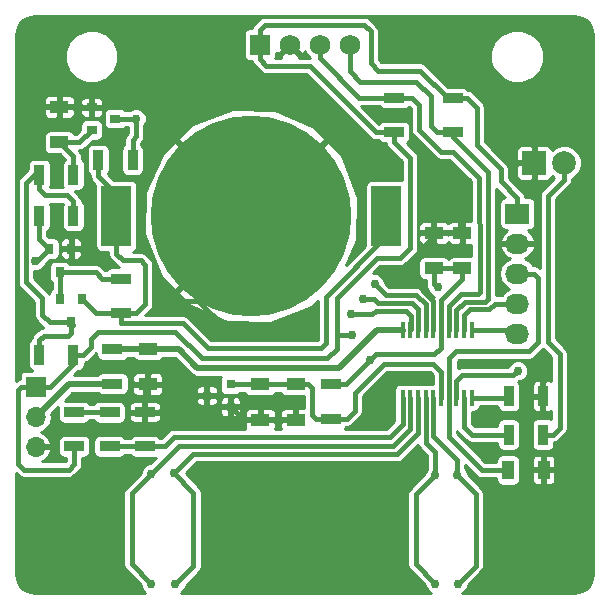
<source format=gbl>
G04 #@! TF.FileFunction,Copper,L2,Bot,Signal*
%FSLAX46Y46*%
G04 Gerber Fmt 4.6, Leading zero omitted, Abs format (unit mm)*
G04 Created by KiCad (PCBNEW 4.0.2+dfsg1-stable) date Seg 16 Out 2017 09:01:32 BRST*
%MOMM*%
G01*
G04 APERTURE LIST*
%ADD10C,0.100000*%
%ADD11R,2.540000X5.080000*%
%ADD12C,17.000000*%
%ADD13R,2.032000X1.727200*%
%ADD14O,2.032000X1.727200*%
%ADD15C,1.727200*%
%ADD16R,1.727200X1.727200*%
%ADD17R,0.800100X0.800100*%
%ADD18R,2.000000X2.000000*%
%ADD19C,2.000000*%
%ADD20R,0.800000X0.900000*%
%ADD21R,0.900000X0.800000*%
%ADD22C,0.762000*%
%ADD23R,0.400000X1.350000*%
%ADD24R,1.700000X0.900000*%
%ADD25R,0.900000X1.700000*%
%ADD26R,1.000000X1.600000*%
%ADD27R,1.600000X1.000000*%
%ADD28R,1.700000X1.700000*%
%ADD29O,1.700000X1.700000*%
%ADD30C,0.381000*%
%ADD31C,0.508000*%
%ADD32C,0.254000*%
G04 APERTURE END LIST*
D10*
D11*
X61930000Y-47500000D03*
D12*
X50500000Y-47500000D03*
D11*
X39070000Y-47500000D03*
D13*
X73027600Y-47297400D03*
D14*
X73027600Y-49837400D03*
X73027600Y-52377400D03*
X73027600Y-54917400D03*
X73027600Y-57457400D03*
D15*
X56308000Y-33000000D03*
D16*
X51228000Y-33000000D03*
D15*
X58848000Y-33000000D03*
X53768000Y-33000000D03*
D17*
X48750000Y-61750000D03*
X48750000Y-63650000D03*
X46751020Y-62700000D03*
D18*
X74460000Y-43000000D03*
D19*
X77000000Y-43000000D03*
D20*
X34300000Y-54500000D03*
X36200000Y-54500000D03*
X35250000Y-56500000D03*
X33350000Y-50250000D03*
X35250000Y-50250000D03*
X34300000Y-52250000D03*
D21*
X37000000Y-40200000D03*
X37000000Y-38300000D03*
X39000000Y-39250000D03*
D22*
X60937200Y-53241000D03*
X59997400Y-54536400D03*
X58930600Y-55806400D03*
X73053000Y-60607000D03*
D23*
X69175000Y-57125000D03*
X69175000Y-62875000D03*
X68525000Y-57125000D03*
X68525000Y-62875000D03*
X67875000Y-57125000D03*
X67875000Y-62875000D03*
X67225000Y-57125000D03*
X67225000Y-62875000D03*
X66575000Y-57125000D03*
X66575000Y-62875000D03*
X65925000Y-57125000D03*
X65925000Y-62875000D03*
X65275000Y-57125000D03*
X65275000Y-62875000D03*
X64625000Y-57125000D03*
X64625000Y-62875000D03*
X63975000Y-57125000D03*
X63975000Y-62875000D03*
X63325000Y-57125000D03*
X63325000Y-62875000D03*
D24*
X62588200Y-37490800D03*
X62588200Y-40390800D03*
X67566600Y-37516200D03*
X67566600Y-40416200D03*
D25*
X72300000Y-62750000D03*
X75200000Y-62750000D03*
X72300000Y-66000000D03*
X75200000Y-66000000D03*
D24*
X57250000Y-61750000D03*
X57250000Y-64650000D03*
X38750000Y-61700000D03*
X38750000Y-58800000D03*
X35500000Y-67000000D03*
X35500000Y-64100000D03*
X38500000Y-64100000D03*
X38500000Y-67000000D03*
X41500000Y-67000000D03*
X41500000Y-64100000D03*
X39500000Y-52800000D03*
X39500000Y-55700000D03*
D25*
X32550000Y-47500000D03*
X35450000Y-47500000D03*
X40450000Y-42750000D03*
X37550000Y-42750000D03*
X35450000Y-44000000D03*
X32550000Y-44000000D03*
X32550000Y-59250000D03*
X35450000Y-59250000D03*
D26*
X72250000Y-69000000D03*
X75250000Y-69000000D03*
D27*
X65966400Y-51921600D03*
X65966400Y-48921600D03*
X68379400Y-51921600D03*
X68379400Y-48921600D03*
X51250000Y-61750000D03*
X51250000Y-64750000D03*
X54250000Y-61750000D03*
X54250000Y-64750000D03*
X41750000Y-58750000D03*
X41750000Y-61750000D03*
X34250000Y-41250000D03*
X34250000Y-38250000D03*
D28*
X32250000Y-61960000D03*
D29*
X32250000Y-64500000D03*
X32250000Y-67040000D03*
D22*
X36959600Y-50726400D03*
X31219200Y-56619200D03*
X67579740Y-44506347D03*
X65633022Y-43583047D03*
X65425000Y-46150000D03*
X64391600Y-32895600D03*
X69333235Y-32992684D03*
X77277181Y-32645407D03*
X77233772Y-37377048D03*
X54942800Y-57000200D03*
X48415000Y-57101800D03*
X43106400Y-54688800D03*
X61597600Y-62385000D03*
X61149686Y-64545425D03*
X44274800Y-61394400D03*
X44299943Y-64084947D03*
X78590200Y-45189200D03*
X78361600Y-51463000D03*
X78463200Y-58092400D03*
X78488600Y-65153600D03*
X49761200Y-37061200D03*
X44097000Y-38153400D03*
X59667200Y-42242800D03*
X55857200Y-38585200D03*
X32448024Y-33970921D03*
X44808200Y-34064000D03*
X68198051Y-47369920D03*
X77904400Y-70995600D03*
X32159000Y-70970200D03*
X77904400Y-77015400D03*
X55146000Y-71000000D03*
X55164908Y-77007313D03*
X32159000Y-77015400D03*
X60530800Y-59700200D03*
X59032200Y-57584400D03*
X66271200Y-53520400D03*
X42039600Y-78666400D03*
X42038728Y-69315737D03*
X44046200Y-78691800D03*
X43970000Y-69293800D03*
X66093400Y-78615600D03*
X66093400Y-69395400D03*
X67973000Y-78615600D03*
X67922200Y-69420800D03*
X32195289Y-51285200D03*
X40744200Y-39245600D03*
D30*
X61930000Y-47500000D02*
X61930000Y-49232678D01*
X61930000Y-49232678D02*
X56829228Y-54333450D01*
X56829228Y-54333450D02*
X56829228Y-58259774D01*
X39554444Y-56585444D02*
X39500000Y-56531000D01*
X56829228Y-58259774D02*
X56389779Y-58699223D01*
X56389779Y-58699223D02*
X46845779Y-58699223D01*
X46845779Y-58699223D02*
X44732000Y-56585444D01*
X44732000Y-56585444D02*
X39554444Y-56585444D01*
X39500000Y-56531000D02*
X39500000Y-55700000D01*
X37550000Y-42750000D02*
X37550000Y-44132677D01*
X37550000Y-44132677D02*
X39070000Y-45652677D01*
X39070000Y-45652677D02*
X39070000Y-47500000D01*
X39500000Y-55700000D02*
X40731000Y-55700000D01*
X40731000Y-55700000D02*
X41506200Y-54924800D01*
X41506200Y-54924800D02*
X41506200Y-51618056D01*
X41506200Y-51618056D02*
X41124138Y-51235994D01*
X41124138Y-51235994D02*
X39631638Y-51235994D01*
X39631638Y-51235994D02*
X39070000Y-50674356D01*
X39070000Y-50674356D02*
X39070000Y-47500000D01*
X36200000Y-54500000D02*
X36200000Y-54550000D01*
X36200000Y-54550000D02*
X37350000Y-55700000D01*
X37350000Y-55700000D02*
X39500000Y-55700000D01*
X35250000Y-50250000D02*
X36483200Y-50250000D01*
X36483200Y-50250000D02*
X36959600Y-50726400D01*
X65633022Y-44121862D02*
X65633022Y-43583047D01*
X65633022Y-44221980D02*
X65633022Y-44121862D01*
X65944496Y-44533454D02*
X65633022Y-44221980D01*
X65944496Y-45116365D02*
X65944496Y-44533454D01*
X68198051Y-47369920D02*
X65944496Y-45116365D01*
X65425000Y-46150000D02*
X65944496Y-45630504D01*
X65944496Y-45630504D02*
X65944496Y-44533454D01*
X69333235Y-32992684D02*
X64488684Y-32992684D01*
X64488684Y-32992684D02*
X64391600Y-32895600D01*
X69714234Y-33373683D02*
X69333235Y-32992684D01*
X74460000Y-38596953D02*
X69714234Y-33851187D01*
X74460000Y-43000000D02*
X74460000Y-38596953D01*
X69714234Y-33851187D02*
X69714234Y-33373683D01*
X43106400Y-54688800D02*
X46002000Y-54688800D01*
X46002000Y-54688800D02*
X48415000Y-57101800D01*
X44299943Y-64084947D02*
X44299943Y-61419543D01*
X44299943Y-61419543D02*
X44274800Y-61394400D01*
X44284890Y-64100000D02*
X44299943Y-64084947D01*
X41500000Y-64100000D02*
X44284890Y-64100000D01*
X78463200Y-58092400D02*
X78463200Y-51564600D01*
X78463200Y-51564600D02*
X78361600Y-51463000D01*
X77904400Y-70995600D02*
X77904400Y-65737800D01*
X77904400Y-65737800D02*
X78488600Y-65153600D01*
X44808200Y-34064000D02*
X44808200Y-37442200D01*
X44808200Y-37442200D02*
X44097000Y-38153400D01*
X55857200Y-38585200D02*
X59514800Y-42242800D01*
X59514800Y-42242800D02*
X59667200Y-42242800D01*
X32829023Y-34351920D02*
X32448024Y-33970921D01*
X34250000Y-35772897D02*
X32829023Y-34351920D01*
X34250000Y-38250000D02*
X34250000Y-35772897D01*
X37000000Y-38300000D02*
X40572200Y-38300000D01*
X40572200Y-38300000D02*
X44808200Y-34064000D01*
X68198051Y-47369920D02*
X68198051Y-48740251D01*
X68198051Y-48740251D02*
X68379400Y-48921600D01*
X65966400Y-48921600D02*
X68379400Y-48921600D01*
X65966400Y-48921600D02*
X65966400Y-49223957D01*
X65966400Y-49223957D02*
X64239200Y-50951157D01*
X64239200Y-50951157D02*
X64239200Y-52987000D01*
X64239200Y-52987000D02*
X65925000Y-54672800D01*
X65925000Y-56069000D02*
X65925000Y-57125000D01*
X65925000Y-54672800D02*
X65925000Y-56069000D01*
X43245600Y-64100000D02*
X44645600Y-62700000D01*
X44645600Y-62700000D02*
X46751020Y-62700000D01*
X41500000Y-64100000D02*
X43245600Y-64100000D01*
X41500000Y-64100000D02*
X41500000Y-62000000D01*
X41500000Y-62000000D02*
X41750000Y-61750000D01*
X51250000Y-64750000D02*
X49850000Y-64750000D01*
X49850000Y-64750000D02*
X48750000Y-63650000D01*
X51250000Y-64750000D02*
X54250000Y-64750000D01*
X73027600Y-52377400D02*
X74424600Y-52377400D01*
X74805600Y-52758400D02*
X74805600Y-58160730D01*
X74424600Y-52377400D02*
X74805600Y-52758400D01*
X74805600Y-58160730D02*
X74008807Y-58957523D01*
X67805230Y-58957523D02*
X67281299Y-59481454D01*
X74008807Y-58957523D02*
X67805230Y-58957523D01*
X67281299Y-59481454D02*
X67281299Y-62818701D01*
X67281299Y-62818701D02*
X67225000Y-62875000D01*
X67225000Y-62875000D02*
X67225000Y-66198965D01*
X67225000Y-66198965D02*
X70026035Y-69000000D01*
X70026035Y-69000000D02*
X72250000Y-69000000D01*
X35029200Y-68963600D02*
X35500000Y-68492800D01*
X35500000Y-68492800D02*
X35500000Y-67000000D01*
X31270000Y-68963600D02*
X35029200Y-68963600D01*
X30762000Y-68455600D02*
X31270000Y-68963600D01*
X30762000Y-62217000D02*
X30762000Y-68455600D01*
X32250000Y-61960000D02*
X31019000Y-61960000D01*
X31019000Y-61960000D02*
X30762000Y-62217000D01*
X32250000Y-61960000D02*
X33481000Y-61960000D01*
X35450000Y-59991000D02*
X35450000Y-59250000D01*
X33481000Y-61960000D02*
X35450000Y-59991000D01*
X58481000Y-61750000D02*
X60530800Y-59700200D01*
X60530800Y-59700200D02*
X61022945Y-59208055D01*
X57736800Y-57584400D02*
X57736800Y-58770363D01*
X57736800Y-54460200D02*
X57736800Y-57584400D01*
X57736800Y-57584400D02*
X59032200Y-57584400D01*
X68797600Y-37516200D02*
X69598600Y-38317200D01*
X71610496Y-43487400D02*
X71610496Y-44550741D01*
X69598600Y-38317200D02*
X69598600Y-41475504D01*
X69598600Y-41475504D02*
X71610496Y-43487400D01*
X65966400Y-51921600D02*
X65966400Y-53215600D01*
X65966400Y-53215600D02*
X66271200Y-53520400D01*
X62588200Y-40390800D02*
X62588200Y-41221800D01*
X56947875Y-59559288D02*
X46338135Y-59559288D01*
X62588200Y-41221800D02*
X63931303Y-42564903D01*
X63931303Y-42564903D02*
X63931303Y-50189458D01*
X63931303Y-50189458D02*
X63064161Y-51056600D01*
X63064161Y-51056600D02*
X61140400Y-51056600D01*
X36934200Y-58596800D02*
X36281000Y-59250000D01*
X36281000Y-59250000D02*
X35450000Y-59250000D01*
X61140400Y-51056600D02*
X57736800Y-54460200D01*
X57736800Y-58770363D02*
X56947875Y-59559288D01*
X46338135Y-59559288D02*
X44083847Y-57305000D01*
X44083847Y-57305000D02*
X37518400Y-57305000D01*
X37518400Y-57305000D02*
X36934200Y-57889200D01*
X36934200Y-57889200D02*
X36934200Y-58596800D01*
X66575000Y-57125000D02*
X66575000Y-54643980D01*
X66575000Y-54643980D02*
X68379400Y-52839580D01*
X68379400Y-52839580D02*
X68379400Y-51921600D01*
X65966400Y-51921600D02*
X68379400Y-51921600D01*
X67566600Y-37516200D02*
X68797600Y-37516200D01*
X73027600Y-45967845D02*
X73027600Y-47297400D01*
X71610496Y-44550741D02*
X73027600Y-45967845D01*
X57250000Y-61750000D02*
X58481000Y-61750000D01*
X61022945Y-59208055D02*
X66000266Y-59208055D01*
X66000266Y-59208055D02*
X66575000Y-58633321D01*
X66575000Y-58633321D02*
X66575000Y-57125000D01*
X51228000Y-33000000D02*
X51228000Y-34244600D01*
X55443763Y-34799390D02*
X61035173Y-40390800D01*
X51228000Y-34244600D02*
X51782790Y-34799390D01*
X51782790Y-34799390D02*
X55443763Y-34799390D01*
X61035173Y-40390800D02*
X62588200Y-40390800D01*
X51228000Y-33000000D02*
X51228000Y-31755400D01*
X51228000Y-31755400D02*
X51662600Y-31320800D01*
X51662600Y-31320800D02*
X60059142Y-31320800D01*
X60059142Y-31320800D02*
X60606655Y-31868313D01*
X60606655Y-31868313D02*
X60606655Y-34533653D01*
X60606655Y-34533653D02*
X61252017Y-35179015D01*
X61252017Y-35179015D02*
X64820486Y-35179015D01*
X64820486Y-35179015D02*
X67157671Y-37516200D01*
X67157671Y-37516200D02*
X67566600Y-37516200D01*
X57250000Y-64650000D02*
X58606274Y-64650000D01*
X58606274Y-64650000D02*
X59251759Y-64004515D01*
X59251759Y-64004515D02*
X59251759Y-62470764D01*
X59251759Y-62470764D02*
X61702274Y-60020249D01*
X61702274Y-60020249D02*
X65920266Y-60020249D01*
X65920266Y-60020249D02*
X66575000Y-60674983D01*
X66575000Y-60674983D02*
X66575000Y-62875000D01*
X54250000Y-61750000D02*
X55343506Y-61750000D01*
X55679400Y-64315400D02*
X56014000Y-64650000D01*
X55343506Y-61750000D02*
X55679400Y-62085894D01*
X55679400Y-62085894D02*
X55679400Y-64315400D01*
X56014000Y-64650000D02*
X57250000Y-64650000D01*
X48750000Y-61750000D02*
X51250000Y-61750000D01*
X51250000Y-61750000D02*
X54250000Y-61750000D01*
D31*
X61168000Y-57125000D02*
X61599800Y-57125000D01*
X61599800Y-57125000D02*
X63317799Y-57125000D01*
X57965400Y-60327600D02*
X61168000Y-57125000D01*
X45925800Y-60327600D02*
X57965400Y-60327600D01*
X41750000Y-58750000D02*
X44348200Y-58750000D01*
X44348200Y-58750000D02*
X45925800Y-60327600D01*
X38750000Y-58800000D02*
X41700000Y-58800000D01*
X41700000Y-58800000D02*
X41750000Y-58750000D01*
D30*
X61168000Y-57125000D02*
X63325000Y-57125000D01*
X75200000Y-66000000D02*
X76031000Y-66000000D01*
X76609000Y-59159200D02*
X75607881Y-58158081D01*
X76031000Y-66000000D02*
X76609000Y-65422000D01*
X75607881Y-58158081D02*
X75607881Y-45783919D01*
X76609000Y-65422000D02*
X76609000Y-59159200D01*
X75607881Y-45783919D02*
X76812200Y-44579600D01*
X76812200Y-44579600D02*
X76834613Y-44579600D01*
X76834613Y-44579600D02*
X77000000Y-44414213D01*
X77000000Y-44414213D02*
X77000000Y-43000000D01*
X69175000Y-57125000D02*
X72695200Y-57125000D01*
X72695200Y-57125000D02*
X73027600Y-57457400D01*
X73027600Y-54917400D02*
X71122600Y-54917400D01*
X71122600Y-54917400D02*
X70640000Y-55400000D01*
X70640000Y-55400000D02*
X68989000Y-55400000D01*
X68525000Y-55864000D02*
X68525000Y-57125000D01*
X68989000Y-55400000D02*
X68525000Y-55864000D01*
X73053000Y-60607000D02*
X72672001Y-60987999D01*
X72672001Y-60987999D02*
X68328601Y-60987999D01*
X68328601Y-60987999D02*
X67871400Y-61445200D01*
X67871400Y-61445200D02*
X67871400Y-61815400D01*
X67871400Y-61815400D02*
X67875000Y-61819000D01*
X67875000Y-61819000D02*
X67875000Y-62875000D01*
D31*
X32250000Y-64500000D02*
X35050000Y-61700000D01*
X35050000Y-61700000D02*
X38750000Y-61700000D01*
D30*
X65275000Y-54981941D02*
X65275000Y-57125000D01*
X64488376Y-54195317D02*
X65275000Y-54981941D01*
X61891517Y-54195317D02*
X64488376Y-54195317D01*
X60937200Y-53241000D02*
X61891517Y-54195317D01*
X64625000Y-57125000D02*
X64625000Y-55367995D01*
X64625000Y-55367995D02*
X64121164Y-54864159D01*
X60907994Y-54536400D02*
X59997400Y-54536400D01*
X64121164Y-54864159D02*
X61235753Y-54864159D01*
X61235753Y-54864159D02*
X60907994Y-54536400D01*
X63975000Y-57125000D02*
X63975000Y-57117000D01*
X63975000Y-57117000D02*
X64031299Y-57060701D01*
X64031299Y-57060701D02*
X64031299Y-55926905D01*
X64031299Y-55926905D02*
X63635657Y-55531263D01*
X63635657Y-55531263D02*
X61023676Y-55531263D01*
X61023676Y-55531263D02*
X60748539Y-55806400D01*
X60748539Y-55806400D02*
X58930600Y-55806400D01*
X62588200Y-37490800D02*
X64104393Y-37490800D01*
X64104393Y-37490800D02*
X64702176Y-38088583D01*
X64702176Y-38088583D02*
X64702176Y-40179854D01*
X67211000Y-56055000D02*
X67225000Y-56069000D01*
X64702176Y-40179854D02*
X66560150Y-42037828D01*
X66560150Y-42037828D02*
X67559781Y-42037828D01*
X67559781Y-42037828D02*
X69798912Y-44276959D01*
X69798912Y-44276959D02*
X69852501Y-51996400D01*
X69852501Y-51996400D02*
X69852501Y-53901499D01*
X69852501Y-53901499D02*
X69674800Y-54079200D01*
X69674800Y-54079200D02*
X68227000Y-54079200D01*
X68227000Y-54079200D02*
X67211000Y-55095200D01*
X67225000Y-56069000D02*
X67225000Y-57125000D01*
X67211000Y-55095200D02*
X67211000Y-56055000D01*
X56308000Y-33000000D02*
X56308000Y-34145129D01*
X56308000Y-34145129D02*
X59653671Y-37490800D01*
X59653671Y-37490800D02*
X62588200Y-37490800D01*
X67875000Y-57125000D02*
X67875000Y-55472600D01*
X67875000Y-55472600D02*
X68608000Y-54739600D01*
X68608000Y-54739600D02*
X70309800Y-54739600D01*
X70309800Y-54739600D02*
X70547175Y-54502225D01*
X70547175Y-54502225D02*
X70547175Y-43809713D01*
X70547175Y-43809713D02*
X67566600Y-40829138D01*
X67566600Y-40829138D02*
X67566600Y-40416200D01*
X67566600Y-40416200D02*
X66207705Y-40416200D01*
X66207705Y-40416200D02*
X65685458Y-39893953D01*
X65685458Y-39893953D02*
X65685458Y-37372672D01*
X65685458Y-37372672D02*
X64440862Y-36128076D01*
X59750076Y-36128076D02*
X58848000Y-35226000D01*
X64440862Y-36128076D02*
X59750076Y-36128076D01*
X58848000Y-35226000D02*
X58848000Y-33000000D01*
X69175000Y-62875000D02*
X72175000Y-62875000D01*
X72175000Y-62875000D02*
X72300000Y-62750000D01*
X68525000Y-65375400D02*
X69149600Y-66000000D01*
X69149600Y-66000000D02*
X72300000Y-66000000D01*
X68525000Y-62875000D02*
X68525000Y-65375400D01*
X38500000Y-64100000D02*
X35500000Y-64100000D01*
X41500000Y-67000000D02*
X38500000Y-67000000D01*
X41500000Y-67000000D02*
X43183157Y-67000000D01*
X43183157Y-67000000D02*
X43988157Y-66195000D01*
X43988157Y-66195000D02*
X62232600Y-66195000D01*
X63325000Y-65102600D02*
X62232600Y-66195000D01*
X63325000Y-62875000D02*
X63325000Y-65102600D01*
X40363200Y-76990000D02*
X40363200Y-70991265D01*
X40363200Y-70991265D02*
X42038728Y-69315737D01*
X42039600Y-78666400D02*
X40363200Y-76990000D01*
X63975000Y-62875000D02*
X63975000Y-65507872D01*
X63975000Y-65507872D02*
X62518363Y-66964509D01*
X62518363Y-66964509D02*
X44392951Y-66964509D01*
X44392951Y-66964509D02*
X42041723Y-69315737D01*
X42041723Y-69315737D02*
X42038728Y-69315737D01*
X45595600Y-77142400D02*
X45595600Y-70919400D01*
X45595600Y-70919400D02*
X43970000Y-69293800D01*
X44046200Y-78691800D02*
X45595600Y-77142400D01*
X62867600Y-67668200D02*
X45595600Y-67668200D01*
X45595600Y-67668200D02*
X43970000Y-69293800D01*
X64625000Y-65910800D02*
X62867600Y-67668200D01*
X64625000Y-62875000D02*
X64625000Y-65910800D01*
X64417000Y-76939200D02*
X64417000Y-71071800D01*
X64417000Y-71071800D02*
X66093400Y-69395400D01*
X66093400Y-78615600D02*
X64417000Y-76939200D01*
X65275000Y-62875000D02*
X65275000Y-66677600D01*
X66093400Y-69395400D02*
X66093400Y-67496000D01*
X66093400Y-67496000D02*
X65275000Y-66677600D01*
X69497000Y-77091600D02*
X69497000Y-70995600D01*
X69497000Y-70995600D02*
X67922200Y-69420800D01*
X67973000Y-78615600D02*
X69497000Y-77091600D01*
X65925000Y-62875000D02*
X65925000Y-66144200D01*
X67922200Y-69420800D02*
X67922200Y-68141400D01*
X67922200Y-68141400D02*
X65925000Y-66144200D01*
X35450000Y-44000000D02*
X35450000Y-42450000D01*
X35450000Y-42450000D02*
X34250000Y-41250000D01*
X34250000Y-41250000D02*
X35950000Y-41250000D01*
X35950000Y-41250000D02*
X37000000Y-40200000D01*
X32817958Y-55888958D02*
X33429000Y-56500000D01*
X32550000Y-44000000D02*
X32113409Y-44000000D01*
X32817958Y-54458758D02*
X32817958Y-55888958D01*
X32113409Y-44000000D02*
X31420569Y-44692840D01*
X31420569Y-44692840D02*
X31420569Y-53061369D01*
X33429000Y-56500000D02*
X35250000Y-56500000D01*
X31420569Y-53061369D02*
X32817958Y-54458758D01*
X32550000Y-59250000D02*
X32550000Y-58019000D01*
X32550000Y-58019000D02*
X32924001Y-57644999D01*
X32924001Y-57644999D02*
X34968601Y-57644999D01*
X34968601Y-57644999D02*
X35250000Y-57363600D01*
X35250000Y-57363600D02*
X35250000Y-56500000D01*
X35450000Y-56700000D02*
X35250000Y-56500000D01*
X35450000Y-47500000D02*
X35450000Y-46269000D01*
X32550000Y-45231000D02*
X32550000Y-44000000D01*
X35450000Y-46269000D02*
X34927531Y-45746531D01*
X34927531Y-45746531D02*
X33065531Y-45746531D01*
X33065531Y-45746531D02*
X32550000Y-45231000D01*
X37864800Y-52800000D02*
X37314800Y-52250000D01*
X37314800Y-52250000D02*
X34300000Y-52250000D01*
X39500000Y-52800000D02*
X37864800Y-52800000D01*
X34300000Y-54500000D02*
X34300000Y-52250000D01*
X32364800Y-51285200D02*
X32195289Y-51285200D01*
X33350000Y-50300000D02*
X32364800Y-51285200D01*
X33350000Y-50250000D02*
X33350000Y-50300000D01*
X32550000Y-47500000D02*
X32550000Y-49450000D01*
X32550000Y-49450000D02*
X33350000Y-50250000D01*
X40744200Y-40744200D02*
X40450000Y-41038400D01*
X40450000Y-41038400D02*
X40450000Y-42750000D01*
X40744200Y-39245600D02*
X40744200Y-40744200D01*
X39000000Y-39250000D02*
X40739800Y-39250000D01*
X40739800Y-39250000D02*
X40744200Y-39245600D01*
X39050000Y-39250000D02*
X39000000Y-39250000D01*
D32*
G36*
X64629670Y-66944905D02*
X64781086Y-67171514D01*
X65394900Y-67785328D01*
X65394900Y-68836542D01*
X65340182Y-68891164D01*
X65204554Y-69217791D01*
X65204485Y-69296487D01*
X63923086Y-70577886D01*
X63771670Y-70804495D01*
X63771670Y-70804496D01*
X63718500Y-71071800D01*
X63718500Y-76939200D01*
X63771670Y-77206505D01*
X63923086Y-77433114D01*
X65204313Y-78714341D01*
X65204246Y-78791657D01*
X65339303Y-79118520D01*
X65589164Y-79368818D01*
X65705199Y-79417000D01*
X44578068Y-79417000D01*
X44799418Y-79196036D01*
X44935046Y-78869409D01*
X44935115Y-78790713D01*
X46089514Y-77636314D01*
X46240929Y-77409705D01*
X46240930Y-77409704D01*
X46294100Y-77142400D01*
X46294100Y-70919400D01*
X46240930Y-70652096D01*
X46089514Y-70425486D01*
X44957828Y-69293800D01*
X45884928Y-68366700D01*
X62867600Y-68366700D01*
X63134905Y-68313530D01*
X63361514Y-68162114D01*
X64621217Y-66902411D01*
X64629670Y-66944905D01*
X64629670Y-66944905D01*
G37*
X64629670Y-66944905D02*
X64781086Y-67171514D01*
X65394900Y-67785328D01*
X65394900Y-68836542D01*
X65340182Y-68891164D01*
X65204554Y-69217791D01*
X65204485Y-69296487D01*
X63923086Y-70577886D01*
X63771670Y-70804495D01*
X63771670Y-70804496D01*
X63718500Y-71071800D01*
X63718500Y-76939200D01*
X63771670Y-77206505D01*
X63923086Y-77433114D01*
X65204313Y-78714341D01*
X65204246Y-78791657D01*
X65339303Y-79118520D01*
X65589164Y-79368818D01*
X65705199Y-79417000D01*
X44578068Y-79417000D01*
X44799418Y-79196036D01*
X44935046Y-78869409D01*
X44935115Y-78790713D01*
X46089514Y-77636314D01*
X46240929Y-77409705D01*
X46240930Y-77409704D01*
X46294100Y-77142400D01*
X46294100Y-70919400D01*
X46240930Y-70652096D01*
X46089514Y-70425486D01*
X44957828Y-69293800D01*
X45884928Y-68366700D01*
X62867600Y-68366700D01*
X63134905Y-68313530D01*
X63361514Y-68162114D01*
X64621217Y-66902411D01*
X64629670Y-66944905D01*
G36*
X77881385Y-30596317D02*
X78528136Y-30724964D01*
X78975871Y-31024131D01*
X79275036Y-31471863D01*
X79403682Y-32118615D01*
X79417000Y-32150768D01*
X79417000Y-77849232D01*
X79403682Y-77881385D01*
X79275036Y-78528137D01*
X78975871Y-78975869D01*
X78528136Y-79275036D01*
X77881385Y-79403683D01*
X77849235Y-79417000D01*
X68361438Y-79417000D01*
X68475920Y-79369697D01*
X68726218Y-79119836D01*
X68861846Y-78793209D01*
X68861915Y-78714513D01*
X69990914Y-77585514D01*
X70108386Y-77409705D01*
X70142330Y-77358904D01*
X70195500Y-77091600D01*
X70195500Y-70995600D01*
X70142330Y-70728296D01*
X69990914Y-70501686D01*
X68811287Y-69322059D01*
X68811354Y-69244743D01*
X68676297Y-68917880D01*
X68620700Y-68862186D01*
X68620700Y-68582493D01*
X69532121Y-69493914D01*
X69758730Y-69645330D01*
X70026035Y-69698500D01*
X71232048Y-69698500D01*
X71232048Y-69800000D01*
X71267470Y-69988253D01*
X71378728Y-70161153D01*
X71548488Y-70277145D01*
X71750000Y-70317952D01*
X72750000Y-70317952D01*
X72938253Y-70282530D01*
X73111153Y-70171272D01*
X73227145Y-70001512D01*
X73267952Y-69800000D01*
X73267952Y-69254000D01*
X74242000Y-69254000D01*
X74242000Y-69901048D01*
X74319339Y-70087759D01*
X74462242Y-70230662D01*
X74648953Y-70308000D01*
X74996000Y-70308000D01*
X75123000Y-70181000D01*
X75123000Y-69127000D01*
X75377000Y-69127000D01*
X75377000Y-70181000D01*
X75504000Y-70308000D01*
X75851047Y-70308000D01*
X76037758Y-70230662D01*
X76180661Y-70087759D01*
X76258000Y-69901048D01*
X76258000Y-69254000D01*
X76131000Y-69127000D01*
X75377000Y-69127000D01*
X75123000Y-69127000D01*
X74369000Y-69127000D01*
X74242000Y-69254000D01*
X73267952Y-69254000D01*
X73267952Y-68200000D01*
X73248939Y-68098952D01*
X74242000Y-68098952D01*
X74242000Y-68746000D01*
X74369000Y-68873000D01*
X75123000Y-68873000D01*
X75123000Y-67819000D01*
X75377000Y-67819000D01*
X75377000Y-68873000D01*
X76131000Y-68873000D01*
X76258000Y-68746000D01*
X76258000Y-68098952D01*
X76180661Y-67912241D01*
X76037758Y-67769338D01*
X75851047Y-67692000D01*
X75504000Y-67692000D01*
X75377000Y-67819000D01*
X75123000Y-67819000D01*
X74996000Y-67692000D01*
X74648953Y-67692000D01*
X74462242Y-67769338D01*
X74319339Y-67912241D01*
X74242000Y-68098952D01*
X73248939Y-68098952D01*
X73232530Y-68011747D01*
X73121272Y-67838847D01*
X72951512Y-67722855D01*
X72750000Y-67682048D01*
X71750000Y-67682048D01*
X71561747Y-67717470D01*
X71388847Y-67828728D01*
X71272855Y-67998488D01*
X71232048Y-68200000D01*
X71232048Y-68301500D01*
X70315363Y-68301500D01*
X67923500Y-65909637D01*
X67923500Y-65708301D01*
X68031086Y-65869314D01*
X68655686Y-66493914D01*
X68882295Y-66645330D01*
X69149600Y-66698500D01*
X71332048Y-66698500D01*
X71332048Y-66850000D01*
X71367470Y-67038253D01*
X71478728Y-67211153D01*
X71648488Y-67327145D01*
X71850000Y-67367952D01*
X72750000Y-67367952D01*
X72938253Y-67332530D01*
X73111153Y-67221272D01*
X73227145Y-67051512D01*
X73267952Y-66850000D01*
X73267952Y-65150000D01*
X73232530Y-64961747D01*
X73121272Y-64788847D01*
X72951512Y-64672855D01*
X72750000Y-64632048D01*
X71850000Y-64632048D01*
X71661747Y-64667470D01*
X71488847Y-64778728D01*
X71372855Y-64948488D01*
X71332048Y-65150000D01*
X71332048Y-65301500D01*
X69438928Y-65301500D01*
X69223500Y-65086072D01*
X69223500Y-64067952D01*
X69375000Y-64067952D01*
X69563253Y-64032530D01*
X69736153Y-63921272D01*
X69852145Y-63751512D01*
X69888193Y-63573500D01*
X71332048Y-63573500D01*
X71332048Y-63600000D01*
X71367470Y-63788253D01*
X71478728Y-63961153D01*
X71648488Y-64077145D01*
X71850000Y-64117952D01*
X72750000Y-64117952D01*
X72938253Y-64082530D01*
X73111153Y-63971272D01*
X73227145Y-63801512D01*
X73267952Y-63600000D01*
X73267952Y-63004000D01*
X74242000Y-63004000D01*
X74242000Y-63701048D01*
X74319339Y-63887759D01*
X74462242Y-64030662D01*
X74648953Y-64108000D01*
X74946000Y-64108000D01*
X75073000Y-63981000D01*
X75073000Y-62877000D01*
X74369000Y-62877000D01*
X74242000Y-63004000D01*
X73267952Y-63004000D01*
X73267952Y-61900000D01*
X73248939Y-61798952D01*
X74242000Y-61798952D01*
X74242000Y-62496000D01*
X74369000Y-62623000D01*
X75073000Y-62623000D01*
X75073000Y-61519000D01*
X74946000Y-61392000D01*
X74648953Y-61392000D01*
X74462242Y-61469338D01*
X74319339Y-61612241D01*
X74242000Y-61798952D01*
X73248939Y-61798952D01*
X73232530Y-61711747D01*
X73121272Y-61538847D01*
X73101216Y-61525144D01*
X73144712Y-61496081D01*
X73229057Y-61496154D01*
X73555920Y-61361097D01*
X73806218Y-61111236D01*
X73941846Y-60784609D01*
X73942154Y-60430943D01*
X73807097Y-60104080D01*
X73557236Y-59853782D01*
X73230609Y-59718154D01*
X72876943Y-59717846D01*
X72550080Y-59852903D01*
X72299782Y-60102764D01*
X72222242Y-60289499D01*
X68328601Y-60289499D01*
X68061296Y-60342669D01*
X67979799Y-60397124D01*
X67979799Y-59770782D01*
X68094558Y-59656023D01*
X74008807Y-59656023D01*
X74276112Y-59602853D01*
X74502721Y-59451437D01*
X75208065Y-58746093D01*
X75910500Y-59448528D01*
X75910500Y-61458047D01*
X75751047Y-61392000D01*
X75454000Y-61392000D01*
X75327000Y-61519000D01*
X75327000Y-62623000D01*
X75347000Y-62623000D01*
X75347000Y-62877000D01*
X75327000Y-62877000D01*
X75327000Y-63981000D01*
X75454000Y-64108000D01*
X75751047Y-64108000D01*
X75910500Y-64041953D01*
X75910500Y-64713160D01*
X75851512Y-64672855D01*
X75650000Y-64632048D01*
X74750000Y-64632048D01*
X74561747Y-64667470D01*
X74388847Y-64778728D01*
X74272855Y-64948488D01*
X74232048Y-65150000D01*
X74232048Y-66850000D01*
X74267470Y-67038253D01*
X74378728Y-67211153D01*
X74548488Y-67327145D01*
X74750000Y-67367952D01*
X75650000Y-67367952D01*
X75838253Y-67332530D01*
X76011153Y-67221272D01*
X76127145Y-67051512D01*
X76167952Y-66850000D01*
X76167952Y-66671259D01*
X76298305Y-66645330D01*
X76524914Y-66493914D01*
X77102914Y-65915914D01*
X77225337Y-65732695D01*
X77254330Y-65689304D01*
X77307500Y-65422000D01*
X77307500Y-59159200D01*
X77269175Y-58966527D01*
X77254330Y-58891895D01*
X77102914Y-58665286D01*
X76306381Y-57868753D01*
X76306381Y-46073247D01*
X77260981Y-45118647D01*
X77328527Y-45073514D01*
X77493914Y-44908127D01*
X77645330Y-44681517D01*
X77698500Y-44414213D01*
X77698500Y-44343043D01*
X77853097Y-44279165D01*
X78277674Y-43855328D01*
X78507737Y-43301276D01*
X78508261Y-42701356D01*
X78279165Y-42146903D01*
X77855328Y-41722326D01*
X77301276Y-41492263D01*
X76701356Y-41491739D01*
X76146903Y-41720835D01*
X75968000Y-41899426D01*
X75968000Y-41898953D01*
X75890662Y-41712242D01*
X75747759Y-41569339D01*
X75561048Y-41492000D01*
X74714000Y-41492000D01*
X74587000Y-41619000D01*
X74587000Y-42873000D01*
X74607000Y-42873000D01*
X74607000Y-43127000D01*
X74587000Y-43127000D01*
X74587000Y-44381000D01*
X74714000Y-44508000D01*
X75561048Y-44508000D01*
X75747759Y-44430661D01*
X75890662Y-44287758D01*
X75968000Y-44101047D01*
X75968000Y-44100694D01*
X76135493Y-44268479D01*
X75113967Y-45290005D01*
X74962551Y-45516614D01*
X74941256Y-45623670D01*
X74909381Y-45783919D01*
X74909381Y-51877383D01*
X74691905Y-51732070D01*
X74424600Y-51678900D01*
X74361047Y-51678900D01*
X74179725Y-51407532D01*
X73734746Y-51110207D01*
X73661565Y-51095650D01*
X73875615Y-51021152D01*
X74275667Y-50664844D01*
X74508913Y-50182565D01*
X74509027Y-50176480D01*
X74418103Y-49964400D01*
X73154600Y-49964400D01*
X73154600Y-49984400D01*
X72900600Y-49984400D01*
X72900600Y-49964400D01*
X71637097Y-49964400D01*
X71546173Y-50176480D01*
X71546287Y-50182565D01*
X71779533Y-50664844D01*
X72179585Y-51021152D01*
X72393635Y-51095650D01*
X72320454Y-51110207D01*
X71875475Y-51407532D01*
X71578150Y-51852511D01*
X71473743Y-52377400D01*
X71578150Y-52902289D01*
X71875475Y-53347268D01*
X72320454Y-53644593D01*
X72334566Y-53647400D01*
X72320454Y-53650207D01*
X71875475Y-53947532D01*
X71694153Y-54218900D01*
X71245675Y-54218900D01*
X71245675Y-45173748D01*
X71991548Y-45919621D01*
X71823347Y-45951270D01*
X71650447Y-46062528D01*
X71534455Y-46232288D01*
X71493648Y-46433800D01*
X71493648Y-48161000D01*
X71529070Y-48349253D01*
X71640328Y-48522153D01*
X71810088Y-48638145D01*
X72011600Y-48678952D01*
X72151174Y-48678952D01*
X71779533Y-49009956D01*
X71546287Y-49492235D01*
X71546173Y-49498320D01*
X71637097Y-49710400D01*
X72900600Y-49710400D01*
X72900600Y-49690400D01*
X73154600Y-49690400D01*
X73154600Y-49710400D01*
X74418103Y-49710400D01*
X74509027Y-49498320D01*
X74508913Y-49492235D01*
X74275667Y-49009956D01*
X73904026Y-48678952D01*
X74043600Y-48678952D01*
X74231853Y-48643530D01*
X74404753Y-48532272D01*
X74520745Y-48362512D01*
X74561552Y-48161000D01*
X74561552Y-46433800D01*
X74526130Y-46245547D01*
X74414872Y-46072647D01*
X74245112Y-45956655D01*
X74043600Y-45915848D01*
X73715757Y-45915848D01*
X73672930Y-45700540D01*
X73521514Y-45473931D01*
X72308996Y-44261413D01*
X72308996Y-43487400D01*
X72262570Y-43254000D01*
X72952000Y-43254000D01*
X72952000Y-44101047D01*
X73029338Y-44287758D01*
X73172241Y-44430661D01*
X73358952Y-44508000D01*
X74206000Y-44508000D01*
X74333000Y-44381000D01*
X74333000Y-43127000D01*
X73079000Y-43127000D01*
X72952000Y-43254000D01*
X72262570Y-43254000D01*
X72255826Y-43220096D01*
X72104410Y-42993486D01*
X71009877Y-41898953D01*
X72952000Y-41898953D01*
X72952000Y-42746000D01*
X73079000Y-42873000D01*
X74333000Y-42873000D01*
X74333000Y-41619000D01*
X74206000Y-41492000D01*
X73358952Y-41492000D01*
X73172241Y-41569339D01*
X73029338Y-41712242D01*
X72952000Y-41898953D01*
X71009877Y-41898953D01*
X70297100Y-41186176D01*
X70297100Y-38317200D01*
X70243930Y-38049896D01*
X70243930Y-38049895D01*
X70092514Y-37823286D01*
X69291514Y-37022286D01*
X69064905Y-36870870D01*
X68869575Y-36832017D01*
X68787872Y-36705047D01*
X68618112Y-36589055D01*
X68416600Y-36548248D01*
X67177547Y-36548248D01*
X65314400Y-34685101D01*
X65087791Y-34533685D01*
X64820486Y-34480515D01*
X61541345Y-34480515D01*
X61508004Y-34447174D01*
X70741609Y-34447174D01*
X71084644Y-35277383D01*
X71719276Y-35913123D01*
X72548886Y-36257607D01*
X73447174Y-36258391D01*
X74277383Y-35915356D01*
X74913123Y-35280724D01*
X75257607Y-34451114D01*
X75258391Y-33552826D01*
X74915356Y-32722617D01*
X74280724Y-32086877D01*
X73451114Y-31742393D01*
X72552826Y-31741609D01*
X71722617Y-32084644D01*
X71086877Y-32719276D01*
X70742393Y-33548886D01*
X70741609Y-34447174D01*
X61508004Y-34447174D01*
X61305155Y-34244325D01*
X61305155Y-31868313D01*
X61251985Y-31601009D01*
X61100569Y-31374399D01*
X60553056Y-30826886D01*
X60326447Y-30675470D01*
X60059142Y-30622300D01*
X51662600Y-30622300D01*
X51395295Y-30675470D01*
X51168686Y-30826886D01*
X50734086Y-31261486D01*
X50582670Y-31488095D01*
X50556741Y-31618448D01*
X50364400Y-31618448D01*
X50176147Y-31653870D01*
X50003247Y-31765128D01*
X49887255Y-31934888D01*
X49846448Y-32136400D01*
X49846448Y-33863600D01*
X49881870Y-34051853D01*
X49993128Y-34224753D01*
X50162888Y-34340745D01*
X50364400Y-34381552D01*
X50556741Y-34381552D01*
X50582670Y-34511905D01*
X50734086Y-34738514D01*
X51288876Y-35293304D01*
X51515486Y-35444720D01*
X51782790Y-35497890D01*
X55154435Y-35497890D01*
X60541259Y-40884714D01*
X60767868Y-41036130D01*
X61035173Y-41089300D01*
X61294438Y-41089300D01*
X61366928Y-41201953D01*
X61536688Y-41317945D01*
X61738200Y-41358752D01*
X61916941Y-41358752D01*
X61942870Y-41489105D01*
X62094286Y-41715714D01*
X63232803Y-42854231D01*
X63232803Y-44448691D01*
X63200000Y-44442048D01*
X60660000Y-44442048D01*
X60471747Y-44477470D01*
X60298847Y-44588728D01*
X60182855Y-44758488D01*
X60142048Y-44960000D01*
X60142048Y-50032802D01*
X58503913Y-51670937D01*
X59459503Y-49520377D01*
X59550667Y-45937932D01*
X58263948Y-42593296D01*
X58004336Y-42204762D01*
X56993777Y-41185828D01*
X50679605Y-47500000D01*
X50693748Y-47514143D01*
X50514143Y-47693748D01*
X50500000Y-47679605D01*
X44185828Y-53993777D01*
X45204762Y-55004336D01*
X48479623Y-56459503D01*
X52062068Y-56550667D01*
X55406704Y-55263948D01*
X55795238Y-55004336D01*
X56130728Y-54671604D01*
X56130728Y-57970446D01*
X56100451Y-58000723D01*
X47135107Y-58000723D01*
X45225914Y-56091530D01*
X44999305Y-55940114D01*
X44732000Y-55886944D01*
X41531884Y-55886944D01*
X42000114Y-55418714D01*
X42103518Y-55263959D01*
X42151530Y-55192104D01*
X42204700Y-54924800D01*
X42204700Y-51618056D01*
X42191265Y-51550514D01*
X42151530Y-51350751D01*
X42000114Y-51124142D01*
X41618052Y-50742080D01*
X41391443Y-50590664D01*
X41124138Y-50537494D01*
X40448726Y-50537494D01*
X40528253Y-50522530D01*
X40701153Y-50411272D01*
X40817145Y-50241512D01*
X40857952Y-50040000D01*
X40857952Y-49062068D01*
X41449333Y-49062068D01*
X42736052Y-52406704D01*
X42995664Y-52795238D01*
X44006223Y-53814172D01*
X50320395Y-47500000D01*
X44006223Y-41185828D01*
X42995664Y-42204762D01*
X41540497Y-45479623D01*
X41449333Y-49062068D01*
X40857952Y-49062068D01*
X40857952Y-44960000D01*
X40822530Y-44771747D01*
X40711272Y-44598847D01*
X40541512Y-44482855D01*
X40340000Y-44442048D01*
X38847199Y-44442048D01*
X38367351Y-43962200D01*
X38477145Y-43801512D01*
X38517952Y-43600000D01*
X38517952Y-41900000D01*
X38482530Y-41711747D01*
X38371272Y-41538847D01*
X38201512Y-41422855D01*
X38000000Y-41382048D01*
X37100000Y-41382048D01*
X36911747Y-41417470D01*
X36738847Y-41528728D01*
X36622855Y-41698488D01*
X36582048Y-41900000D01*
X36582048Y-43600000D01*
X36617470Y-43788253D01*
X36728728Y-43961153D01*
X36851500Y-44045039D01*
X36851500Y-44132677D01*
X36904670Y-44399982D01*
X37056086Y-44626591D01*
X37300142Y-44870647D01*
X37282048Y-44960000D01*
X37282048Y-50040000D01*
X37317470Y-50228253D01*
X37428728Y-50401153D01*
X37598488Y-50517145D01*
X37800000Y-50557952D01*
X38371500Y-50557952D01*
X38371500Y-50674356D01*
X38424670Y-50941661D01*
X38576086Y-51168270D01*
X39137724Y-51729908D01*
X39290587Y-51832048D01*
X38650000Y-51832048D01*
X38461747Y-51867470D01*
X38288847Y-51978728D01*
X38204961Y-52101500D01*
X38154128Y-52101500D01*
X37808714Y-51756086D01*
X37582105Y-51604670D01*
X37314800Y-51551500D01*
X35143762Y-51551500D01*
X35071272Y-51438847D01*
X34901512Y-51322855D01*
X34700000Y-51282048D01*
X33900000Y-51282048D01*
X33711747Y-51317470D01*
X33538847Y-51428728D01*
X33422855Y-51598488D01*
X33382048Y-51800000D01*
X33382048Y-52700000D01*
X33417470Y-52888253D01*
X33528728Y-53061153D01*
X33601500Y-53110876D01*
X33601500Y-53638412D01*
X33538847Y-53678728D01*
X33422855Y-53848488D01*
X33382048Y-54050000D01*
X33382048Y-54069870D01*
X33311872Y-53964844D01*
X32119069Y-52772041D01*
X32119069Y-52174134D01*
X32371346Y-52174354D01*
X32698209Y-52039297D01*
X32948507Y-51789436D01*
X33019598Y-51618230D01*
X33419876Y-51217952D01*
X33750000Y-51217952D01*
X33938253Y-51182530D01*
X34111153Y-51071272D01*
X34227145Y-50901512D01*
X34267952Y-50700000D01*
X34267952Y-50504000D01*
X34342000Y-50504000D01*
X34342000Y-50801047D01*
X34419338Y-50987758D01*
X34562241Y-51130661D01*
X34748952Y-51208000D01*
X34996000Y-51208000D01*
X35123000Y-51081000D01*
X35123000Y-50377000D01*
X35377000Y-50377000D01*
X35377000Y-51081000D01*
X35504000Y-51208000D01*
X35751048Y-51208000D01*
X35937759Y-51130661D01*
X36080662Y-50987758D01*
X36158000Y-50801047D01*
X36158000Y-50504000D01*
X36031000Y-50377000D01*
X35377000Y-50377000D01*
X35123000Y-50377000D01*
X34469000Y-50377000D01*
X34342000Y-50504000D01*
X34267952Y-50504000D01*
X34267952Y-49800000D01*
X34248939Y-49698953D01*
X34342000Y-49698953D01*
X34342000Y-49996000D01*
X34469000Y-50123000D01*
X35123000Y-50123000D01*
X35123000Y-49419000D01*
X35377000Y-49419000D01*
X35377000Y-50123000D01*
X36031000Y-50123000D01*
X36158000Y-49996000D01*
X36158000Y-49698953D01*
X36080662Y-49512242D01*
X35937759Y-49369339D01*
X35751048Y-49292000D01*
X35504000Y-49292000D01*
X35377000Y-49419000D01*
X35123000Y-49419000D01*
X34996000Y-49292000D01*
X34748952Y-49292000D01*
X34562241Y-49369339D01*
X34419338Y-49512242D01*
X34342000Y-49698953D01*
X34248939Y-49698953D01*
X34232530Y-49611747D01*
X34121272Y-49438847D01*
X33951512Y-49322855D01*
X33750000Y-49282048D01*
X33369876Y-49282048D01*
X33248500Y-49160672D01*
X33248500Y-48793762D01*
X33361153Y-48721272D01*
X33477145Y-48551512D01*
X33517952Y-48350000D01*
X33517952Y-46650000D01*
X33482530Y-46461747D01*
X33471774Y-46445031D01*
X34525217Y-46445031D01*
X34522855Y-46448488D01*
X34482048Y-46650000D01*
X34482048Y-48350000D01*
X34517470Y-48538253D01*
X34628728Y-48711153D01*
X34798488Y-48827145D01*
X35000000Y-48867952D01*
X35900000Y-48867952D01*
X36088253Y-48832530D01*
X36261153Y-48721272D01*
X36377145Y-48551512D01*
X36417952Y-48350000D01*
X36417952Y-46650000D01*
X36382530Y-46461747D01*
X36271272Y-46288847D01*
X36133758Y-46194888D01*
X36129376Y-46172855D01*
X36095330Y-46001695D01*
X35943914Y-45775086D01*
X35536780Y-45367952D01*
X35900000Y-45367952D01*
X36088253Y-45332530D01*
X36261153Y-45221272D01*
X36377145Y-45051512D01*
X36417952Y-44850000D01*
X36417952Y-43150000D01*
X36382530Y-42961747D01*
X36271272Y-42788847D01*
X36148500Y-42704961D01*
X36148500Y-42450000D01*
X36095330Y-42182696D01*
X35943914Y-41956086D01*
X35936328Y-41948500D01*
X35950000Y-41948500D01*
X36217305Y-41895330D01*
X36443914Y-41743914D01*
X37069876Y-41117952D01*
X37450000Y-41117952D01*
X37638253Y-41082530D01*
X37811153Y-40971272D01*
X37927145Y-40801512D01*
X37967952Y-40600000D01*
X37967952Y-39800000D01*
X37932530Y-39611747D01*
X37821272Y-39438847D01*
X37651512Y-39322855D01*
X37450000Y-39282048D01*
X36550000Y-39282048D01*
X36361747Y-39317470D01*
X36188847Y-39428728D01*
X36072855Y-39598488D01*
X36032048Y-39800000D01*
X36032048Y-40180124D01*
X35660672Y-40551500D01*
X35525936Y-40551500D01*
X35421272Y-40388847D01*
X35251512Y-40272855D01*
X35050000Y-40232048D01*
X33450000Y-40232048D01*
X33261747Y-40267470D01*
X33088847Y-40378728D01*
X32972855Y-40548488D01*
X32932048Y-40750000D01*
X32932048Y-41750000D01*
X32967470Y-41938253D01*
X33078728Y-42111153D01*
X33248488Y-42227145D01*
X33450000Y-42267952D01*
X34280124Y-42267952D01*
X34731366Y-42719194D01*
X34638847Y-42778728D01*
X34522855Y-42948488D01*
X34482048Y-43150000D01*
X34482048Y-44850000D01*
X34517470Y-45038253D01*
X34523762Y-45048031D01*
X33477850Y-45048031D01*
X33517952Y-44850000D01*
X33517952Y-43150000D01*
X33482530Y-42961747D01*
X33371272Y-42788847D01*
X33201512Y-42672855D01*
X33000000Y-42632048D01*
X32100000Y-42632048D01*
X31911747Y-42667470D01*
X31738847Y-42778728D01*
X31622855Y-42948488D01*
X31582048Y-43150000D01*
X31582048Y-43543533D01*
X30926655Y-44198926D01*
X30775239Y-44425535D01*
X30751623Y-44544263D01*
X30722069Y-44692840D01*
X30722069Y-53061369D01*
X30775239Y-53328674D01*
X30926655Y-53555283D01*
X32119458Y-54748086D01*
X32119458Y-55888958D01*
X32172628Y-56156263D01*
X32324044Y-56382872D01*
X32893699Y-56952527D01*
X32656697Y-56999669D01*
X32599787Y-57037695D01*
X32430087Y-57151085D01*
X32056086Y-57525086D01*
X31904670Y-57751695D01*
X31870624Y-57922855D01*
X31865817Y-57947025D01*
X31738847Y-58028728D01*
X31622855Y-58198488D01*
X31582048Y-58400000D01*
X31582048Y-60100000D01*
X31617470Y-60288253D01*
X31728728Y-60461153D01*
X31898488Y-60577145D01*
X31972082Y-60592048D01*
X31400000Y-60592048D01*
X31211747Y-60627470D01*
X31038847Y-60738728D01*
X30922855Y-60908488D01*
X30882048Y-61110000D01*
X30882048Y-61288741D01*
X30751695Y-61314670D01*
X30583000Y-61427389D01*
X30583000Y-38504000D01*
X32942000Y-38504000D01*
X32942000Y-38851047D01*
X33019338Y-39037758D01*
X33162241Y-39180661D01*
X33348952Y-39258000D01*
X33996000Y-39258000D01*
X34123000Y-39131000D01*
X34123000Y-38377000D01*
X34377000Y-38377000D01*
X34377000Y-39131000D01*
X34504000Y-39258000D01*
X35151048Y-39258000D01*
X35337759Y-39180661D01*
X35480662Y-39037758D01*
X35558000Y-38851047D01*
X35558000Y-38554000D01*
X36042000Y-38554000D01*
X36042000Y-38801048D01*
X36119339Y-38987759D01*
X36262242Y-39130662D01*
X36448953Y-39208000D01*
X36746000Y-39208000D01*
X36873000Y-39081000D01*
X36873000Y-38427000D01*
X37127000Y-38427000D01*
X37127000Y-39081000D01*
X37254000Y-39208000D01*
X37551047Y-39208000D01*
X37737758Y-39130662D01*
X37880661Y-38987759D01*
X37937723Y-38850000D01*
X38032048Y-38850000D01*
X38032048Y-39650000D01*
X38067470Y-39838253D01*
X38178728Y-40011153D01*
X38348488Y-40127145D01*
X38550000Y-40167952D01*
X39450000Y-40167952D01*
X39638253Y-40132530D01*
X39811153Y-40021272D01*
X39860876Y-39948500D01*
X40045700Y-39948500D01*
X40045700Y-40454872D01*
X39956086Y-40544486D01*
X39804670Y-40771095D01*
X39804670Y-40771096D01*
X39751500Y-41038400D01*
X39751500Y-41456238D01*
X39638847Y-41528728D01*
X39522855Y-41698488D01*
X39482048Y-41900000D01*
X39482048Y-43600000D01*
X39517470Y-43788253D01*
X39628728Y-43961153D01*
X39798488Y-44077145D01*
X40000000Y-44117952D01*
X40900000Y-44117952D01*
X41088253Y-44082530D01*
X41261153Y-43971272D01*
X41377145Y-43801512D01*
X41417952Y-43600000D01*
X41417952Y-41900000D01*
X41382530Y-41711747D01*
X41271272Y-41538847D01*
X41148500Y-41454961D01*
X41148500Y-41327728D01*
X41238114Y-41238114D01*
X41389530Y-41011504D01*
X41390580Y-41006223D01*
X44185828Y-41006223D01*
X50500000Y-47320395D01*
X56814172Y-41006223D01*
X55795238Y-39995664D01*
X52520377Y-38540497D01*
X48937932Y-38449333D01*
X45593296Y-39736052D01*
X45204762Y-39995664D01*
X44185828Y-41006223D01*
X41390580Y-41006223D01*
X41442700Y-40744200D01*
X41442700Y-39804458D01*
X41497418Y-39749836D01*
X41633046Y-39423209D01*
X41633354Y-39069543D01*
X41498297Y-38742680D01*
X41248436Y-38492382D01*
X40921809Y-38356754D01*
X40568143Y-38356446D01*
X40241280Y-38491503D01*
X40181178Y-38551500D01*
X39861588Y-38551500D01*
X39821272Y-38488847D01*
X39651512Y-38372855D01*
X39450000Y-38332048D01*
X38550000Y-38332048D01*
X38361747Y-38367470D01*
X38188847Y-38478728D01*
X38072855Y-38648488D01*
X38032048Y-38850000D01*
X37937723Y-38850000D01*
X37958000Y-38801048D01*
X37958000Y-38554000D01*
X37831000Y-38427000D01*
X37127000Y-38427000D01*
X36873000Y-38427000D01*
X36169000Y-38427000D01*
X36042000Y-38554000D01*
X35558000Y-38554000D01*
X35558000Y-38504000D01*
X35431000Y-38377000D01*
X34377000Y-38377000D01*
X34123000Y-38377000D01*
X33069000Y-38377000D01*
X32942000Y-38504000D01*
X30583000Y-38504000D01*
X30583000Y-37648953D01*
X32942000Y-37648953D01*
X32942000Y-37996000D01*
X33069000Y-38123000D01*
X34123000Y-38123000D01*
X34123000Y-37369000D01*
X34377000Y-37369000D01*
X34377000Y-38123000D01*
X35431000Y-38123000D01*
X35558000Y-37996000D01*
X35558000Y-37798952D01*
X36042000Y-37798952D01*
X36042000Y-38046000D01*
X36169000Y-38173000D01*
X36873000Y-38173000D01*
X36873000Y-37519000D01*
X37127000Y-37519000D01*
X37127000Y-38173000D01*
X37831000Y-38173000D01*
X37958000Y-38046000D01*
X37958000Y-37798952D01*
X37880661Y-37612241D01*
X37737758Y-37469338D01*
X37551047Y-37392000D01*
X37254000Y-37392000D01*
X37127000Y-37519000D01*
X36873000Y-37519000D01*
X36746000Y-37392000D01*
X36448953Y-37392000D01*
X36262242Y-37469338D01*
X36119339Y-37612241D01*
X36042000Y-37798952D01*
X35558000Y-37798952D01*
X35558000Y-37648953D01*
X35480662Y-37462242D01*
X35337759Y-37319339D01*
X35151048Y-37242000D01*
X34504000Y-37242000D01*
X34377000Y-37369000D01*
X34123000Y-37369000D01*
X33996000Y-37242000D01*
X33348952Y-37242000D01*
X33162241Y-37319339D01*
X33019338Y-37462242D01*
X32942000Y-37648953D01*
X30583000Y-37648953D01*
X30583000Y-34447174D01*
X34741609Y-34447174D01*
X35084644Y-35277383D01*
X35719276Y-35913123D01*
X36548886Y-36257607D01*
X37447174Y-36258391D01*
X38277383Y-35915356D01*
X38913123Y-35280724D01*
X39257607Y-34451114D01*
X39258391Y-33552826D01*
X38915356Y-32722617D01*
X38280724Y-32086877D01*
X37451114Y-31742393D01*
X36552826Y-31741609D01*
X35722617Y-32084644D01*
X35086877Y-32719276D01*
X34742393Y-33548886D01*
X34741609Y-34447174D01*
X30583000Y-34447174D01*
X30583000Y-32150765D01*
X30596317Y-32118615D01*
X30724964Y-31471864D01*
X31024131Y-31024129D01*
X31471863Y-30724964D01*
X32118615Y-30596318D01*
X32150768Y-30583000D01*
X77849235Y-30583000D01*
X77881385Y-30596317D01*
X77881385Y-30596317D01*
G37*
X77881385Y-30596317D02*
X78528136Y-30724964D01*
X78975871Y-31024131D01*
X79275036Y-31471863D01*
X79403682Y-32118615D01*
X79417000Y-32150768D01*
X79417000Y-77849232D01*
X79403682Y-77881385D01*
X79275036Y-78528137D01*
X78975871Y-78975869D01*
X78528136Y-79275036D01*
X77881385Y-79403683D01*
X77849235Y-79417000D01*
X68361438Y-79417000D01*
X68475920Y-79369697D01*
X68726218Y-79119836D01*
X68861846Y-78793209D01*
X68861915Y-78714513D01*
X69990914Y-77585514D01*
X70108386Y-77409705D01*
X70142330Y-77358904D01*
X70195500Y-77091600D01*
X70195500Y-70995600D01*
X70142330Y-70728296D01*
X69990914Y-70501686D01*
X68811287Y-69322059D01*
X68811354Y-69244743D01*
X68676297Y-68917880D01*
X68620700Y-68862186D01*
X68620700Y-68582493D01*
X69532121Y-69493914D01*
X69758730Y-69645330D01*
X70026035Y-69698500D01*
X71232048Y-69698500D01*
X71232048Y-69800000D01*
X71267470Y-69988253D01*
X71378728Y-70161153D01*
X71548488Y-70277145D01*
X71750000Y-70317952D01*
X72750000Y-70317952D01*
X72938253Y-70282530D01*
X73111153Y-70171272D01*
X73227145Y-70001512D01*
X73267952Y-69800000D01*
X73267952Y-69254000D01*
X74242000Y-69254000D01*
X74242000Y-69901048D01*
X74319339Y-70087759D01*
X74462242Y-70230662D01*
X74648953Y-70308000D01*
X74996000Y-70308000D01*
X75123000Y-70181000D01*
X75123000Y-69127000D01*
X75377000Y-69127000D01*
X75377000Y-70181000D01*
X75504000Y-70308000D01*
X75851047Y-70308000D01*
X76037758Y-70230662D01*
X76180661Y-70087759D01*
X76258000Y-69901048D01*
X76258000Y-69254000D01*
X76131000Y-69127000D01*
X75377000Y-69127000D01*
X75123000Y-69127000D01*
X74369000Y-69127000D01*
X74242000Y-69254000D01*
X73267952Y-69254000D01*
X73267952Y-68200000D01*
X73248939Y-68098952D01*
X74242000Y-68098952D01*
X74242000Y-68746000D01*
X74369000Y-68873000D01*
X75123000Y-68873000D01*
X75123000Y-67819000D01*
X75377000Y-67819000D01*
X75377000Y-68873000D01*
X76131000Y-68873000D01*
X76258000Y-68746000D01*
X76258000Y-68098952D01*
X76180661Y-67912241D01*
X76037758Y-67769338D01*
X75851047Y-67692000D01*
X75504000Y-67692000D01*
X75377000Y-67819000D01*
X75123000Y-67819000D01*
X74996000Y-67692000D01*
X74648953Y-67692000D01*
X74462242Y-67769338D01*
X74319339Y-67912241D01*
X74242000Y-68098952D01*
X73248939Y-68098952D01*
X73232530Y-68011747D01*
X73121272Y-67838847D01*
X72951512Y-67722855D01*
X72750000Y-67682048D01*
X71750000Y-67682048D01*
X71561747Y-67717470D01*
X71388847Y-67828728D01*
X71272855Y-67998488D01*
X71232048Y-68200000D01*
X71232048Y-68301500D01*
X70315363Y-68301500D01*
X67923500Y-65909637D01*
X67923500Y-65708301D01*
X68031086Y-65869314D01*
X68655686Y-66493914D01*
X68882295Y-66645330D01*
X69149600Y-66698500D01*
X71332048Y-66698500D01*
X71332048Y-66850000D01*
X71367470Y-67038253D01*
X71478728Y-67211153D01*
X71648488Y-67327145D01*
X71850000Y-67367952D01*
X72750000Y-67367952D01*
X72938253Y-67332530D01*
X73111153Y-67221272D01*
X73227145Y-67051512D01*
X73267952Y-66850000D01*
X73267952Y-65150000D01*
X73232530Y-64961747D01*
X73121272Y-64788847D01*
X72951512Y-64672855D01*
X72750000Y-64632048D01*
X71850000Y-64632048D01*
X71661747Y-64667470D01*
X71488847Y-64778728D01*
X71372855Y-64948488D01*
X71332048Y-65150000D01*
X71332048Y-65301500D01*
X69438928Y-65301500D01*
X69223500Y-65086072D01*
X69223500Y-64067952D01*
X69375000Y-64067952D01*
X69563253Y-64032530D01*
X69736153Y-63921272D01*
X69852145Y-63751512D01*
X69888193Y-63573500D01*
X71332048Y-63573500D01*
X71332048Y-63600000D01*
X71367470Y-63788253D01*
X71478728Y-63961153D01*
X71648488Y-64077145D01*
X71850000Y-64117952D01*
X72750000Y-64117952D01*
X72938253Y-64082530D01*
X73111153Y-63971272D01*
X73227145Y-63801512D01*
X73267952Y-63600000D01*
X73267952Y-63004000D01*
X74242000Y-63004000D01*
X74242000Y-63701048D01*
X74319339Y-63887759D01*
X74462242Y-64030662D01*
X74648953Y-64108000D01*
X74946000Y-64108000D01*
X75073000Y-63981000D01*
X75073000Y-62877000D01*
X74369000Y-62877000D01*
X74242000Y-63004000D01*
X73267952Y-63004000D01*
X73267952Y-61900000D01*
X73248939Y-61798952D01*
X74242000Y-61798952D01*
X74242000Y-62496000D01*
X74369000Y-62623000D01*
X75073000Y-62623000D01*
X75073000Y-61519000D01*
X74946000Y-61392000D01*
X74648953Y-61392000D01*
X74462242Y-61469338D01*
X74319339Y-61612241D01*
X74242000Y-61798952D01*
X73248939Y-61798952D01*
X73232530Y-61711747D01*
X73121272Y-61538847D01*
X73101216Y-61525144D01*
X73144712Y-61496081D01*
X73229057Y-61496154D01*
X73555920Y-61361097D01*
X73806218Y-61111236D01*
X73941846Y-60784609D01*
X73942154Y-60430943D01*
X73807097Y-60104080D01*
X73557236Y-59853782D01*
X73230609Y-59718154D01*
X72876943Y-59717846D01*
X72550080Y-59852903D01*
X72299782Y-60102764D01*
X72222242Y-60289499D01*
X68328601Y-60289499D01*
X68061296Y-60342669D01*
X67979799Y-60397124D01*
X67979799Y-59770782D01*
X68094558Y-59656023D01*
X74008807Y-59656023D01*
X74276112Y-59602853D01*
X74502721Y-59451437D01*
X75208065Y-58746093D01*
X75910500Y-59448528D01*
X75910500Y-61458047D01*
X75751047Y-61392000D01*
X75454000Y-61392000D01*
X75327000Y-61519000D01*
X75327000Y-62623000D01*
X75347000Y-62623000D01*
X75347000Y-62877000D01*
X75327000Y-62877000D01*
X75327000Y-63981000D01*
X75454000Y-64108000D01*
X75751047Y-64108000D01*
X75910500Y-64041953D01*
X75910500Y-64713160D01*
X75851512Y-64672855D01*
X75650000Y-64632048D01*
X74750000Y-64632048D01*
X74561747Y-64667470D01*
X74388847Y-64778728D01*
X74272855Y-64948488D01*
X74232048Y-65150000D01*
X74232048Y-66850000D01*
X74267470Y-67038253D01*
X74378728Y-67211153D01*
X74548488Y-67327145D01*
X74750000Y-67367952D01*
X75650000Y-67367952D01*
X75838253Y-67332530D01*
X76011153Y-67221272D01*
X76127145Y-67051512D01*
X76167952Y-66850000D01*
X76167952Y-66671259D01*
X76298305Y-66645330D01*
X76524914Y-66493914D01*
X77102914Y-65915914D01*
X77225337Y-65732695D01*
X77254330Y-65689304D01*
X77307500Y-65422000D01*
X77307500Y-59159200D01*
X77269175Y-58966527D01*
X77254330Y-58891895D01*
X77102914Y-58665286D01*
X76306381Y-57868753D01*
X76306381Y-46073247D01*
X77260981Y-45118647D01*
X77328527Y-45073514D01*
X77493914Y-44908127D01*
X77645330Y-44681517D01*
X77698500Y-44414213D01*
X77698500Y-44343043D01*
X77853097Y-44279165D01*
X78277674Y-43855328D01*
X78507737Y-43301276D01*
X78508261Y-42701356D01*
X78279165Y-42146903D01*
X77855328Y-41722326D01*
X77301276Y-41492263D01*
X76701356Y-41491739D01*
X76146903Y-41720835D01*
X75968000Y-41899426D01*
X75968000Y-41898953D01*
X75890662Y-41712242D01*
X75747759Y-41569339D01*
X75561048Y-41492000D01*
X74714000Y-41492000D01*
X74587000Y-41619000D01*
X74587000Y-42873000D01*
X74607000Y-42873000D01*
X74607000Y-43127000D01*
X74587000Y-43127000D01*
X74587000Y-44381000D01*
X74714000Y-44508000D01*
X75561048Y-44508000D01*
X75747759Y-44430661D01*
X75890662Y-44287758D01*
X75968000Y-44101047D01*
X75968000Y-44100694D01*
X76135493Y-44268479D01*
X75113967Y-45290005D01*
X74962551Y-45516614D01*
X74941256Y-45623670D01*
X74909381Y-45783919D01*
X74909381Y-51877383D01*
X74691905Y-51732070D01*
X74424600Y-51678900D01*
X74361047Y-51678900D01*
X74179725Y-51407532D01*
X73734746Y-51110207D01*
X73661565Y-51095650D01*
X73875615Y-51021152D01*
X74275667Y-50664844D01*
X74508913Y-50182565D01*
X74509027Y-50176480D01*
X74418103Y-49964400D01*
X73154600Y-49964400D01*
X73154600Y-49984400D01*
X72900600Y-49984400D01*
X72900600Y-49964400D01*
X71637097Y-49964400D01*
X71546173Y-50176480D01*
X71546287Y-50182565D01*
X71779533Y-50664844D01*
X72179585Y-51021152D01*
X72393635Y-51095650D01*
X72320454Y-51110207D01*
X71875475Y-51407532D01*
X71578150Y-51852511D01*
X71473743Y-52377400D01*
X71578150Y-52902289D01*
X71875475Y-53347268D01*
X72320454Y-53644593D01*
X72334566Y-53647400D01*
X72320454Y-53650207D01*
X71875475Y-53947532D01*
X71694153Y-54218900D01*
X71245675Y-54218900D01*
X71245675Y-45173748D01*
X71991548Y-45919621D01*
X71823347Y-45951270D01*
X71650447Y-46062528D01*
X71534455Y-46232288D01*
X71493648Y-46433800D01*
X71493648Y-48161000D01*
X71529070Y-48349253D01*
X71640328Y-48522153D01*
X71810088Y-48638145D01*
X72011600Y-48678952D01*
X72151174Y-48678952D01*
X71779533Y-49009956D01*
X71546287Y-49492235D01*
X71546173Y-49498320D01*
X71637097Y-49710400D01*
X72900600Y-49710400D01*
X72900600Y-49690400D01*
X73154600Y-49690400D01*
X73154600Y-49710400D01*
X74418103Y-49710400D01*
X74509027Y-49498320D01*
X74508913Y-49492235D01*
X74275667Y-49009956D01*
X73904026Y-48678952D01*
X74043600Y-48678952D01*
X74231853Y-48643530D01*
X74404753Y-48532272D01*
X74520745Y-48362512D01*
X74561552Y-48161000D01*
X74561552Y-46433800D01*
X74526130Y-46245547D01*
X74414872Y-46072647D01*
X74245112Y-45956655D01*
X74043600Y-45915848D01*
X73715757Y-45915848D01*
X73672930Y-45700540D01*
X73521514Y-45473931D01*
X72308996Y-44261413D01*
X72308996Y-43487400D01*
X72262570Y-43254000D01*
X72952000Y-43254000D01*
X72952000Y-44101047D01*
X73029338Y-44287758D01*
X73172241Y-44430661D01*
X73358952Y-44508000D01*
X74206000Y-44508000D01*
X74333000Y-44381000D01*
X74333000Y-43127000D01*
X73079000Y-43127000D01*
X72952000Y-43254000D01*
X72262570Y-43254000D01*
X72255826Y-43220096D01*
X72104410Y-42993486D01*
X71009877Y-41898953D01*
X72952000Y-41898953D01*
X72952000Y-42746000D01*
X73079000Y-42873000D01*
X74333000Y-42873000D01*
X74333000Y-41619000D01*
X74206000Y-41492000D01*
X73358952Y-41492000D01*
X73172241Y-41569339D01*
X73029338Y-41712242D01*
X72952000Y-41898953D01*
X71009877Y-41898953D01*
X70297100Y-41186176D01*
X70297100Y-38317200D01*
X70243930Y-38049896D01*
X70243930Y-38049895D01*
X70092514Y-37823286D01*
X69291514Y-37022286D01*
X69064905Y-36870870D01*
X68869575Y-36832017D01*
X68787872Y-36705047D01*
X68618112Y-36589055D01*
X68416600Y-36548248D01*
X67177547Y-36548248D01*
X65314400Y-34685101D01*
X65087791Y-34533685D01*
X64820486Y-34480515D01*
X61541345Y-34480515D01*
X61508004Y-34447174D01*
X70741609Y-34447174D01*
X71084644Y-35277383D01*
X71719276Y-35913123D01*
X72548886Y-36257607D01*
X73447174Y-36258391D01*
X74277383Y-35915356D01*
X74913123Y-35280724D01*
X75257607Y-34451114D01*
X75258391Y-33552826D01*
X74915356Y-32722617D01*
X74280724Y-32086877D01*
X73451114Y-31742393D01*
X72552826Y-31741609D01*
X71722617Y-32084644D01*
X71086877Y-32719276D01*
X70742393Y-33548886D01*
X70741609Y-34447174D01*
X61508004Y-34447174D01*
X61305155Y-34244325D01*
X61305155Y-31868313D01*
X61251985Y-31601009D01*
X61100569Y-31374399D01*
X60553056Y-30826886D01*
X60326447Y-30675470D01*
X60059142Y-30622300D01*
X51662600Y-30622300D01*
X51395295Y-30675470D01*
X51168686Y-30826886D01*
X50734086Y-31261486D01*
X50582670Y-31488095D01*
X50556741Y-31618448D01*
X50364400Y-31618448D01*
X50176147Y-31653870D01*
X50003247Y-31765128D01*
X49887255Y-31934888D01*
X49846448Y-32136400D01*
X49846448Y-33863600D01*
X49881870Y-34051853D01*
X49993128Y-34224753D01*
X50162888Y-34340745D01*
X50364400Y-34381552D01*
X50556741Y-34381552D01*
X50582670Y-34511905D01*
X50734086Y-34738514D01*
X51288876Y-35293304D01*
X51515486Y-35444720D01*
X51782790Y-35497890D01*
X55154435Y-35497890D01*
X60541259Y-40884714D01*
X60767868Y-41036130D01*
X61035173Y-41089300D01*
X61294438Y-41089300D01*
X61366928Y-41201953D01*
X61536688Y-41317945D01*
X61738200Y-41358752D01*
X61916941Y-41358752D01*
X61942870Y-41489105D01*
X62094286Y-41715714D01*
X63232803Y-42854231D01*
X63232803Y-44448691D01*
X63200000Y-44442048D01*
X60660000Y-44442048D01*
X60471747Y-44477470D01*
X60298847Y-44588728D01*
X60182855Y-44758488D01*
X60142048Y-44960000D01*
X60142048Y-50032802D01*
X58503913Y-51670937D01*
X59459503Y-49520377D01*
X59550667Y-45937932D01*
X58263948Y-42593296D01*
X58004336Y-42204762D01*
X56993777Y-41185828D01*
X50679605Y-47500000D01*
X50693748Y-47514143D01*
X50514143Y-47693748D01*
X50500000Y-47679605D01*
X44185828Y-53993777D01*
X45204762Y-55004336D01*
X48479623Y-56459503D01*
X52062068Y-56550667D01*
X55406704Y-55263948D01*
X55795238Y-55004336D01*
X56130728Y-54671604D01*
X56130728Y-57970446D01*
X56100451Y-58000723D01*
X47135107Y-58000723D01*
X45225914Y-56091530D01*
X44999305Y-55940114D01*
X44732000Y-55886944D01*
X41531884Y-55886944D01*
X42000114Y-55418714D01*
X42103518Y-55263959D01*
X42151530Y-55192104D01*
X42204700Y-54924800D01*
X42204700Y-51618056D01*
X42191265Y-51550514D01*
X42151530Y-51350751D01*
X42000114Y-51124142D01*
X41618052Y-50742080D01*
X41391443Y-50590664D01*
X41124138Y-50537494D01*
X40448726Y-50537494D01*
X40528253Y-50522530D01*
X40701153Y-50411272D01*
X40817145Y-50241512D01*
X40857952Y-50040000D01*
X40857952Y-49062068D01*
X41449333Y-49062068D01*
X42736052Y-52406704D01*
X42995664Y-52795238D01*
X44006223Y-53814172D01*
X50320395Y-47500000D01*
X44006223Y-41185828D01*
X42995664Y-42204762D01*
X41540497Y-45479623D01*
X41449333Y-49062068D01*
X40857952Y-49062068D01*
X40857952Y-44960000D01*
X40822530Y-44771747D01*
X40711272Y-44598847D01*
X40541512Y-44482855D01*
X40340000Y-44442048D01*
X38847199Y-44442048D01*
X38367351Y-43962200D01*
X38477145Y-43801512D01*
X38517952Y-43600000D01*
X38517952Y-41900000D01*
X38482530Y-41711747D01*
X38371272Y-41538847D01*
X38201512Y-41422855D01*
X38000000Y-41382048D01*
X37100000Y-41382048D01*
X36911747Y-41417470D01*
X36738847Y-41528728D01*
X36622855Y-41698488D01*
X36582048Y-41900000D01*
X36582048Y-43600000D01*
X36617470Y-43788253D01*
X36728728Y-43961153D01*
X36851500Y-44045039D01*
X36851500Y-44132677D01*
X36904670Y-44399982D01*
X37056086Y-44626591D01*
X37300142Y-44870647D01*
X37282048Y-44960000D01*
X37282048Y-50040000D01*
X37317470Y-50228253D01*
X37428728Y-50401153D01*
X37598488Y-50517145D01*
X37800000Y-50557952D01*
X38371500Y-50557952D01*
X38371500Y-50674356D01*
X38424670Y-50941661D01*
X38576086Y-51168270D01*
X39137724Y-51729908D01*
X39290587Y-51832048D01*
X38650000Y-51832048D01*
X38461747Y-51867470D01*
X38288847Y-51978728D01*
X38204961Y-52101500D01*
X38154128Y-52101500D01*
X37808714Y-51756086D01*
X37582105Y-51604670D01*
X37314800Y-51551500D01*
X35143762Y-51551500D01*
X35071272Y-51438847D01*
X34901512Y-51322855D01*
X34700000Y-51282048D01*
X33900000Y-51282048D01*
X33711747Y-51317470D01*
X33538847Y-51428728D01*
X33422855Y-51598488D01*
X33382048Y-51800000D01*
X33382048Y-52700000D01*
X33417470Y-52888253D01*
X33528728Y-53061153D01*
X33601500Y-53110876D01*
X33601500Y-53638412D01*
X33538847Y-53678728D01*
X33422855Y-53848488D01*
X33382048Y-54050000D01*
X33382048Y-54069870D01*
X33311872Y-53964844D01*
X32119069Y-52772041D01*
X32119069Y-52174134D01*
X32371346Y-52174354D01*
X32698209Y-52039297D01*
X32948507Y-51789436D01*
X33019598Y-51618230D01*
X33419876Y-51217952D01*
X33750000Y-51217952D01*
X33938253Y-51182530D01*
X34111153Y-51071272D01*
X34227145Y-50901512D01*
X34267952Y-50700000D01*
X34267952Y-50504000D01*
X34342000Y-50504000D01*
X34342000Y-50801047D01*
X34419338Y-50987758D01*
X34562241Y-51130661D01*
X34748952Y-51208000D01*
X34996000Y-51208000D01*
X35123000Y-51081000D01*
X35123000Y-50377000D01*
X35377000Y-50377000D01*
X35377000Y-51081000D01*
X35504000Y-51208000D01*
X35751048Y-51208000D01*
X35937759Y-51130661D01*
X36080662Y-50987758D01*
X36158000Y-50801047D01*
X36158000Y-50504000D01*
X36031000Y-50377000D01*
X35377000Y-50377000D01*
X35123000Y-50377000D01*
X34469000Y-50377000D01*
X34342000Y-50504000D01*
X34267952Y-50504000D01*
X34267952Y-49800000D01*
X34248939Y-49698953D01*
X34342000Y-49698953D01*
X34342000Y-49996000D01*
X34469000Y-50123000D01*
X35123000Y-50123000D01*
X35123000Y-49419000D01*
X35377000Y-49419000D01*
X35377000Y-50123000D01*
X36031000Y-50123000D01*
X36158000Y-49996000D01*
X36158000Y-49698953D01*
X36080662Y-49512242D01*
X35937759Y-49369339D01*
X35751048Y-49292000D01*
X35504000Y-49292000D01*
X35377000Y-49419000D01*
X35123000Y-49419000D01*
X34996000Y-49292000D01*
X34748952Y-49292000D01*
X34562241Y-49369339D01*
X34419338Y-49512242D01*
X34342000Y-49698953D01*
X34248939Y-49698953D01*
X34232530Y-49611747D01*
X34121272Y-49438847D01*
X33951512Y-49322855D01*
X33750000Y-49282048D01*
X33369876Y-49282048D01*
X33248500Y-49160672D01*
X33248500Y-48793762D01*
X33361153Y-48721272D01*
X33477145Y-48551512D01*
X33517952Y-48350000D01*
X33517952Y-46650000D01*
X33482530Y-46461747D01*
X33471774Y-46445031D01*
X34525217Y-46445031D01*
X34522855Y-46448488D01*
X34482048Y-46650000D01*
X34482048Y-48350000D01*
X34517470Y-48538253D01*
X34628728Y-48711153D01*
X34798488Y-48827145D01*
X35000000Y-48867952D01*
X35900000Y-48867952D01*
X36088253Y-48832530D01*
X36261153Y-48721272D01*
X36377145Y-48551512D01*
X36417952Y-48350000D01*
X36417952Y-46650000D01*
X36382530Y-46461747D01*
X36271272Y-46288847D01*
X36133758Y-46194888D01*
X36129376Y-46172855D01*
X36095330Y-46001695D01*
X35943914Y-45775086D01*
X35536780Y-45367952D01*
X35900000Y-45367952D01*
X36088253Y-45332530D01*
X36261153Y-45221272D01*
X36377145Y-45051512D01*
X36417952Y-44850000D01*
X36417952Y-43150000D01*
X36382530Y-42961747D01*
X36271272Y-42788847D01*
X36148500Y-42704961D01*
X36148500Y-42450000D01*
X36095330Y-42182696D01*
X35943914Y-41956086D01*
X35936328Y-41948500D01*
X35950000Y-41948500D01*
X36217305Y-41895330D01*
X36443914Y-41743914D01*
X37069876Y-41117952D01*
X37450000Y-41117952D01*
X37638253Y-41082530D01*
X37811153Y-40971272D01*
X37927145Y-40801512D01*
X37967952Y-40600000D01*
X37967952Y-39800000D01*
X37932530Y-39611747D01*
X37821272Y-39438847D01*
X37651512Y-39322855D01*
X37450000Y-39282048D01*
X36550000Y-39282048D01*
X36361747Y-39317470D01*
X36188847Y-39428728D01*
X36072855Y-39598488D01*
X36032048Y-39800000D01*
X36032048Y-40180124D01*
X35660672Y-40551500D01*
X35525936Y-40551500D01*
X35421272Y-40388847D01*
X35251512Y-40272855D01*
X35050000Y-40232048D01*
X33450000Y-40232048D01*
X33261747Y-40267470D01*
X33088847Y-40378728D01*
X32972855Y-40548488D01*
X32932048Y-40750000D01*
X32932048Y-41750000D01*
X32967470Y-41938253D01*
X33078728Y-42111153D01*
X33248488Y-42227145D01*
X33450000Y-42267952D01*
X34280124Y-42267952D01*
X34731366Y-42719194D01*
X34638847Y-42778728D01*
X34522855Y-42948488D01*
X34482048Y-43150000D01*
X34482048Y-44850000D01*
X34517470Y-45038253D01*
X34523762Y-45048031D01*
X33477850Y-45048031D01*
X33517952Y-44850000D01*
X33517952Y-43150000D01*
X33482530Y-42961747D01*
X33371272Y-42788847D01*
X33201512Y-42672855D01*
X33000000Y-42632048D01*
X32100000Y-42632048D01*
X31911747Y-42667470D01*
X31738847Y-42778728D01*
X31622855Y-42948488D01*
X31582048Y-43150000D01*
X31582048Y-43543533D01*
X30926655Y-44198926D01*
X30775239Y-44425535D01*
X30751623Y-44544263D01*
X30722069Y-44692840D01*
X30722069Y-53061369D01*
X30775239Y-53328674D01*
X30926655Y-53555283D01*
X32119458Y-54748086D01*
X32119458Y-55888958D01*
X32172628Y-56156263D01*
X32324044Y-56382872D01*
X32893699Y-56952527D01*
X32656697Y-56999669D01*
X32599787Y-57037695D01*
X32430087Y-57151085D01*
X32056086Y-57525086D01*
X31904670Y-57751695D01*
X31870624Y-57922855D01*
X31865817Y-57947025D01*
X31738847Y-58028728D01*
X31622855Y-58198488D01*
X31582048Y-58400000D01*
X31582048Y-60100000D01*
X31617470Y-60288253D01*
X31728728Y-60461153D01*
X31898488Y-60577145D01*
X31972082Y-60592048D01*
X31400000Y-60592048D01*
X31211747Y-60627470D01*
X31038847Y-60738728D01*
X30922855Y-60908488D01*
X30882048Y-61110000D01*
X30882048Y-61288741D01*
X30751695Y-61314670D01*
X30583000Y-61427389D01*
X30583000Y-38504000D01*
X32942000Y-38504000D01*
X32942000Y-38851047D01*
X33019338Y-39037758D01*
X33162241Y-39180661D01*
X33348952Y-39258000D01*
X33996000Y-39258000D01*
X34123000Y-39131000D01*
X34123000Y-38377000D01*
X34377000Y-38377000D01*
X34377000Y-39131000D01*
X34504000Y-39258000D01*
X35151048Y-39258000D01*
X35337759Y-39180661D01*
X35480662Y-39037758D01*
X35558000Y-38851047D01*
X35558000Y-38554000D01*
X36042000Y-38554000D01*
X36042000Y-38801048D01*
X36119339Y-38987759D01*
X36262242Y-39130662D01*
X36448953Y-39208000D01*
X36746000Y-39208000D01*
X36873000Y-39081000D01*
X36873000Y-38427000D01*
X37127000Y-38427000D01*
X37127000Y-39081000D01*
X37254000Y-39208000D01*
X37551047Y-39208000D01*
X37737758Y-39130662D01*
X37880661Y-38987759D01*
X37937723Y-38850000D01*
X38032048Y-38850000D01*
X38032048Y-39650000D01*
X38067470Y-39838253D01*
X38178728Y-40011153D01*
X38348488Y-40127145D01*
X38550000Y-40167952D01*
X39450000Y-40167952D01*
X39638253Y-40132530D01*
X39811153Y-40021272D01*
X39860876Y-39948500D01*
X40045700Y-39948500D01*
X40045700Y-40454872D01*
X39956086Y-40544486D01*
X39804670Y-40771095D01*
X39804670Y-40771096D01*
X39751500Y-41038400D01*
X39751500Y-41456238D01*
X39638847Y-41528728D01*
X39522855Y-41698488D01*
X39482048Y-41900000D01*
X39482048Y-43600000D01*
X39517470Y-43788253D01*
X39628728Y-43961153D01*
X39798488Y-44077145D01*
X40000000Y-44117952D01*
X40900000Y-44117952D01*
X41088253Y-44082530D01*
X41261153Y-43971272D01*
X41377145Y-43801512D01*
X41417952Y-43600000D01*
X41417952Y-41900000D01*
X41382530Y-41711747D01*
X41271272Y-41538847D01*
X41148500Y-41454961D01*
X41148500Y-41327728D01*
X41238114Y-41238114D01*
X41389530Y-41011504D01*
X41390580Y-41006223D01*
X44185828Y-41006223D01*
X50500000Y-47320395D01*
X56814172Y-41006223D01*
X55795238Y-39995664D01*
X52520377Y-38540497D01*
X48937932Y-38449333D01*
X45593296Y-39736052D01*
X45204762Y-39995664D01*
X44185828Y-41006223D01*
X41390580Y-41006223D01*
X41442700Y-40744200D01*
X41442700Y-39804458D01*
X41497418Y-39749836D01*
X41633046Y-39423209D01*
X41633354Y-39069543D01*
X41498297Y-38742680D01*
X41248436Y-38492382D01*
X40921809Y-38356754D01*
X40568143Y-38356446D01*
X40241280Y-38491503D01*
X40181178Y-38551500D01*
X39861588Y-38551500D01*
X39821272Y-38488847D01*
X39651512Y-38372855D01*
X39450000Y-38332048D01*
X38550000Y-38332048D01*
X38361747Y-38367470D01*
X38188847Y-38478728D01*
X38072855Y-38648488D01*
X38032048Y-38850000D01*
X37937723Y-38850000D01*
X37958000Y-38801048D01*
X37958000Y-38554000D01*
X37831000Y-38427000D01*
X37127000Y-38427000D01*
X36873000Y-38427000D01*
X36169000Y-38427000D01*
X36042000Y-38554000D01*
X35558000Y-38554000D01*
X35558000Y-38504000D01*
X35431000Y-38377000D01*
X34377000Y-38377000D01*
X34123000Y-38377000D01*
X33069000Y-38377000D01*
X32942000Y-38504000D01*
X30583000Y-38504000D01*
X30583000Y-37648953D01*
X32942000Y-37648953D01*
X32942000Y-37996000D01*
X33069000Y-38123000D01*
X34123000Y-38123000D01*
X34123000Y-37369000D01*
X34377000Y-37369000D01*
X34377000Y-38123000D01*
X35431000Y-38123000D01*
X35558000Y-37996000D01*
X35558000Y-37798952D01*
X36042000Y-37798952D01*
X36042000Y-38046000D01*
X36169000Y-38173000D01*
X36873000Y-38173000D01*
X36873000Y-37519000D01*
X37127000Y-37519000D01*
X37127000Y-38173000D01*
X37831000Y-38173000D01*
X37958000Y-38046000D01*
X37958000Y-37798952D01*
X37880661Y-37612241D01*
X37737758Y-37469338D01*
X37551047Y-37392000D01*
X37254000Y-37392000D01*
X37127000Y-37519000D01*
X36873000Y-37519000D01*
X36746000Y-37392000D01*
X36448953Y-37392000D01*
X36262242Y-37469338D01*
X36119339Y-37612241D01*
X36042000Y-37798952D01*
X35558000Y-37798952D01*
X35558000Y-37648953D01*
X35480662Y-37462242D01*
X35337759Y-37319339D01*
X35151048Y-37242000D01*
X34504000Y-37242000D01*
X34377000Y-37369000D01*
X34123000Y-37369000D01*
X33996000Y-37242000D01*
X33348952Y-37242000D01*
X33162241Y-37319339D01*
X33019338Y-37462242D01*
X32942000Y-37648953D01*
X30583000Y-37648953D01*
X30583000Y-34447174D01*
X34741609Y-34447174D01*
X35084644Y-35277383D01*
X35719276Y-35913123D01*
X36548886Y-36257607D01*
X37447174Y-36258391D01*
X38277383Y-35915356D01*
X38913123Y-35280724D01*
X39257607Y-34451114D01*
X39258391Y-33552826D01*
X38915356Y-32722617D01*
X38280724Y-32086877D01*
X37451114Y-31742393D01*
X36552826Y-31741609D01*
X35722617Y-32084644D01*
X35086877Y-32719276D01*
X34742393Y-33548886D01*
X34741609Y-34447174D01*
X30583000Y-34447174D01*
X30583000Y-32150765D01*
X30596317Y-32118615D01*
X30724964Y-31471864D01*
X31024131Y-31024129D01*
X31471863Y-30724964D01*
X32118615Y-30596318D01*
X32150768Y-30583000D01*
X77849235Y-30583000D01*
X77881385Y-30596317D01*
G36*
X37382048Y-59250000D02*
X37417470Y-59438253D01*
X37528728Y-59611153D01*
X37698488Y-59727145D01*
X37900000Y-59767952D01*
X39600000Y-59767952D01*
X39788253Y-59732530D01*
X39961153Y-59621272D01*
X40001652Y-59562000D01*
X40547099Y-59562000D01*
X40578728Y-59611153D01*
X40748488Y-59727145D01*
X40950000Y-59767952D01*
X42550000Y-59767952D01*
X42738253Y-59732530D01*
X42911153Y-59621272D01*
X42985815Y-59512000D01*
X44032570Y-59512000D01*
X45386984Y-60866415D01*
X45570142Y-60988797D01*
X45634195Y-61031596D01*
X45925800Y-61089600D01*
X47913007Y-61089600D01*
X47872805Y-61148438D01*
X47831998Y-61349950D01*
X47831998Y-62150050D01*
X47867420Y-62338303D01*
X47978678Y-62511203D01*
X48148438Y-62627195D01*
X48349950Y-62668002D01*
X49150050Y-62668002D01*
X49338303Y-62632580D01*
X49511203Y-62521322D01*
X49560960Y-62448500D01*
X49974064Y-62448500D01*
X50078728Y-62611153D01*
X50248488Y-62727145D01*
X50450000Y-62767952D01*
X52050000Y-62767952D01*
X52238253Y-62732530D01*
X52411153Y-62621272D01*
X52527145Y-62451512D01*
X52527755Y-62448500D01*
X52974064Y-62448500D01*
X53078728Y-62611153D01*
X53248488Y-62727145D01*
X53450000Y-62767952D01*
X54980900Y-62767952D01*
X54980900Y-63742000D01*
X54504000Y-63742000D01*
X54377000Y-63869000D01*
X54377000Y-64623000D01*
X54397000Y-64623000D01*
X54397000Y-64877000D01*
X54377000Y-64877000D01*
X54377000Y-64897000D01*
X54123000Y-64897000D01*
X54123000Y-64877000D01*
X53069000Y-64877000D01*
X52942000Y-65004000D01*
X52942000Y-65351047D01*
X53002248Y-65496500D01*
X52497752Y-65496500D01*
X52558000Y-65351047D01*
X52558000Y-65004000D01*
X52431000Y-64877000D01*
X51377000Y-64877000D01*
X51377000Y-64897000D01*
X51123000Y-64897000D01*
X51123000Y-64877000D01*
X50069000Y-64877000D01*
X49942000Y-65004000D01*
X49942000Y-65351047D01*
X50002248Y-65496500D01*
X43988157Y-65496500D01*
X43720852Y-65549670D01*
X43494243Y-65701086D01*
X42893829Y-66301500D01*
X42793762Y-66301500D01*
X42721272Y-66188847D01*
X42551512Y-66072855D01*
X42350000Y-66032048D01*
X40650000Y-66032048D01*
X40461747Y-66067470D01*
X40288847Y-66178728D01*
X40204961Y-66301500D01*
X39793762Y-66301500D01*
X39721272Y-66188847D01*
X39551512Y-66072855D01*
X39350000Y-66032048D01*
X37650000Y-66032048D01*
X37461747Y-66067470D01*
X37288847Y-66178728D01*
X37172855Y-66348488D01*
X37132048Y-66550000D01*
X37132048Y-67450000D01*
X37167470Y-67638253D01*
X37278728Y-67811153D01*
X37448488Y-67927145D01*
X37650000Y-67967952D01*
X39350000Y-67967952D01*
X39538253Y-67932530D01*
X39711153Y-67821272D01*
X39795039Y-67698500D01*
X40206238Y-67698500D01*
X40278728Y-67811153D01*
X40448488Y-67927145D01*
X40650000Y-67967952D01*
X42350000Y-67967952D01*
X42413658Y-67955974D01*
X41942979Y-68426653D01*
X41862671Y-68426583D01*
X41535808Y-68561640D01*
X41285510Y-68811501D01*
X41149882Y-69138128D01*
X41149813Y-69216824D01*
X39869286Y-70497351D01*
X39717870Y-70723960D01*
X39678995Y-70919400D01*
X39664700Y-70991265D01*
X39664700Y-76990000D01*
X39717870Y-77257305D01*
X39869286Y-77483914D01*
X41150513Y-78765141D01*
X41150446Y-78842457D01*
X41285503Y-79169320D01*
X41532751Y-79417000D01*
X32150768Y-79417000D01*
X32118615Y-79403682D01*
X31471863Y-79275036D01*
X31024131Y-78975871D01*
X30724964Y-78528136D01*
X30596317Y-77881385D01*
X30583000Y-77849235D01*
X30583000Y-69264428D01*
X30776086Y-69457514D01*
X31002696Y-69608930D01*
X31270000Y-69662100D01*
X35029200Y-69662100D01*
X35296505Y-69608930D01*
X35523114Y-69457514D01*
X35993914Y-68986714D01*
X36145330Y-68760105D01*
X36198500Y-68492800D01*
X36198500Y-67967952D01*
X36350000Y-67967952D01*
X36538253Y-67932530D01*
X36711153Y-67821272D01*
X36827145Y-67651512D01*
X36867952Y-67450000D01*
X36867952Y-66550000D01*
X36832530Y-66361747D01*
X36721272Y-66188847D01*
X36551512Y-66072855D01*
X36350000Y-66032048D01*
X34650000Y-66032048D01*
X34461747Y-66067470D01*
X34288847Y-66178728D01*
X34172855Y-66348488D01*
X34132048Y-66550000D01*
X34132048Y-67450000D01*
X34167470Y-67638253D01*
X34278728Y-67811153D01*
X34448488Y-67927145D01*
X34650000Y-67967952D01*
X34801500Y-67967952D01*
X34801500Y-68203472D01*
X34739872Y-68265100D01*
X32775585Y-68265100D01*
X33064734Y-68126463D01*
X33418487Y-67731976D01*
X33565535Y-67376943D01*
X33474431Y-67167000D01*
X32377000Y-67167000D01*
X32377000Y-67187000D01*
X32123000Y-67187000D01*
X32123000Y-67167000D01*
X32103000Y-67167000D01*
X32103000Y-66913000D01*
X32123000Y-66913000D01*
X32123000Y-66893000D01*
X32377000Y-66893000D01*
X32377000Y-66913000D01*
X33474431Y-66913000D01*
X33565535Y-66703057D01*
X33418487Y-66348024D01*
X33064734Y-65953537D01*
X32692808Y-65775212D01*
X32796289Y-65754628D01*
X33236856Y-65460251D01*
X33531233Y-65019684D01*
X33634605Y-64500000D01*
X33583674Y-64243956D01*
X34132048Y-63695582D01*
X34132048Y-64550000D01*
X34167470Y-64738253D01*
X34278728Y-64911153D01*
X34448488Y-65027145D01*
X34650000Y-65067952D01*
X36350000Y-65067952D01*
X36538253Y-65032530D01*
X36711153Y-64921272D01*
X36795039Y-64798500D01*
X37206238Y-64798500D01*
X37278728Y-64911153D01*
X37448488Y-65027145D01*
X37650000Y-65067952D01*
X39350000Y-65067952D01*
X39538253Y-65032530D01*
X39711153Y-64921272D01*
X39827145Y-64751512D01*
X39867952Y-64550000D01*
X39867952Y-64354000D01*
X40142000Y-64354000D01*
X40142000Y-64651047D01*
X40219338Y-64837758D01*
X40362241Y-64980661D01*
X40548952Y-65058000D01*
X41246000Y-65058000D01*
X41373000Y-64931000D01*
X41373000Y-64227000D01*
X41627000Y-64227000D01*
X41627000Y-64931000D01*
X41754000Y-65058000D01*
X42451048Y-65058000D01*
X42637759Y-64980661D01*
X42780662Y-64837758D01*
X42858000Y-64651047D01*
X42858000Y-64354000D01*
X42731000Y-64227000D01*
X41627000Y-64227000D01*
X41373000Y-64227000D01*
X40269000Y-64227000D01*
X40142000Y-64354000D01*
X39867952Y-64354000D01*
X39867952Y-63650000D01*
X39848939Y-63548953D01*
X40142000Y-63548953D01*
X40142000Y-63846000D01*
X40269000Y-63973000D01*
X41373000Y-63973000D01*
X41373000Y-63269000D01*
X41627000Y-63269000D01*
X41627000Y-63973000D01*
X42731000Y-63973000D01*
X42800000Y-63904000D01*
X47841950Y-63904000D01*
X47841950Y-64151097D01*
X47919288Y-64337808D01*
X48062191Y-64480711D01*
X48248902Y-64558050D01*
X48496000Y-64558050D01*
X48623000Y-64431050D01*
X48623000Y-63777000D01*
X48877000Y-63777000D01*
X48877000Y-64431050D01*
X49004000Y-64558050D01*
X49251098Y-64558050D01*
X49437809Y-64480711D01*
X49580712Y-64337808D01*
X49658050Y-64151097D01*
X49658050Y-64148953D01*
X49942000Y-64148953D01*
X49942000Y-64496000D01*
X50069000Y-64623000D01*
X51123000Y-64623000D01*
X51123000Y-63869000D01*
X51377000Y-63869000D01*
X51377000Y-64623000D01*
X52431000Y-64623000D01*
X52558000Y-64496000D01*
X52558000Y-64148953D01*
X52942000Y-64148953D01*
X52942000Y-64496000D01*
X53069000Y-64623000D01*
X54123000Y-64623000D01*
X54123000Y-63869000D01*
X53996000Y-63742000D01*
X53348952Y-63742000D01*
X53162241Y-63819339D01*
X53019338Y-63962242D01*
X52942000Y-64148953D01*
X52558000Y-64148953D01*
X52480662Y-63962242D01*
X52337759Y-63819339D01*
X52151048Y-63742000D01*
X51504000Y-63742000D01*
X51377000Y-63869000D01*
X51123000Y-63869000D01*
X50996000Y-63742000D01*
X50348952Y-63742000D01*
X50162241Y-63819339D01*
X50019338Y-63962242D01*
X49942000Y-64148953D01*
X49658050Y-64148953D01*
X49658050Y-63904000D01*
X49531050Y-63777000D01*
X48877000Y-63777000D01*
X48623000Y-63777000D01*
X47968950Y-63777000D01*
X47841950Y-63904000D01*
X42800000Y-63904000D01*
X42858000Y-63846000D01*
X42858000Y-63548953D01*
X42780662Y-63362242D01*
X42637759Y-63219339D01*
X42451048Y-63142000D01*
X41754000Y-63142000D01*
X41627000Y-63269000D01*
X41373000Y-63269000D01*
X41246000Y-63142000D01*
X40548952Y-63142000D01*
X40362241Y-63219339D01*
X40219338Y-63362242D01*
X40142000Y-63548953D01*
X39848939Y-63548953D01*
X39832530Y-63461747D01*
X39721272Y-63288847D01*
X39551512Y-63172855D01*
X39350000Y-63132048D01*
X37650000Y-63132048D01*
X37461747Y-63167470D01*
X37288847Y-63278728D01*
X37204961Y-63401500D01*
X36793762Y-63401500D01*
X36721272Y-63288847D01*
X36551512Y-63172855D01*
X36350000Y-63132048D01*
X34695582Y-63132048D01*
X34873630Y-62954000D01*
X45842970Y-62954000D01*
X45842970Y-63201097D01*
X45920308Y-63387808D01*
X46063211Y-63530711D01*
X46249922Y-63608050D01*
X46497020Y-63608050D01*
X46624020Y-63481050D01*
X46624020Y-62827000D01*
X46878020Y-62827000D01*
X46878020Y-63481050D01*
X47005020Y-63608050D01*
X47252118Y-63608050D01*
X47438829Y-63530711D01*
X47581732Y-63387808D01*
X47659070Y-63201097D01*
X47659070Y-63148903D01*
X47841950Y-63148903D01*
X47841950Y-63396000D01*
X47968950Y-63523000D01*
X48623000Y-63523000D01*
X48623000Y-62868950D01*
X48877000Y-62868950D01*
X48877000Y-63523000D01*
X49531050Y-63523000D01*
X49658050Y-63396000D01*
X49658050Y-63148903D01*
X49580712Y-62962192D01*
X49437809Y-62819289D01*
X49251098Y-62741950D01*
X49004000Y-62741950D01*
X48877000Y-62868950D01*
X48623000Y-62868950D01*
X48496000Y-62741950D01*
X48248902Y-62741950D01*
X48062191Y-62819289D01*
X47919288Y-62962192D01*
X47841950Y-63148903D01*
X47659070Y-63148903D01*
X47659070Y-62954000D01*
X47532070Y-62827000D01*
X46878020Y-62827000D01*
X46624020Y-62827000D01*
X45969970Y-62827000D01*
X45842970Y-62954000D01*
X34873630Y-62954000D01*
X35365630Y-62462000D01*
X37497099Y-62462000D01*
X37528728Y-62511153D01*
X37698488Y-62627145D01*
X37900000Y-62667952D01*
X39600000Y-62667952D01*
X39788253Y-62632530D01*
X39961153Y-62521272D01*
X40077145Y-62351512D01*
X40117952Y-62150000D01*
X40117952Y-62004000D01*
X40442000Y-62004000D01*
X40442000Y-62351047D01*
X40519338Y-62537758D01*
X40662241Y-62680661D01*
X40848952Y-62758000D01*
X41496000Y-62758000D01*
X41623000Y-62631000D01*
X41623000Y-61877000D01*
X41877000Y-61877000D01*
X41877000Y-62631000D01*
X42004000Y-62758000D01*
X42651048Y-62758000D01*
X42837759Y-62680661D01*
X42980662Y-62537758D01*
X43058000Y-62351047D01*
X43058000Y-62198903D01*
X45842970Y-62198903D01*
X45842970Y-62446000D01*
X45969970Y-62573000D01*
X46624020Y-62573000D01*
X46624020Y-61918950D01*
X46878020Y-61918950D01*
X46878020Y-62573000D01*
X47532070Y-62573000D01*
X47659070Y-62446000D01*
X47659070Y-62198903D01*
X47581732Y-62012192D01*
X47438829Y-61869289D01*
X47252118Y-61791950D01*
X47005020Y-61791950D01*
X46878020Y-61918950D01*
X46624020Y-61918950D01*
X46497020Y-61791950D01*
X46249922Y-61791950D01*
X46063211Y-61869289D01*
X45920308Y-62012192D01*
X45842970Y-62198903D01*
X43058000Y-62198903D01*
X43058000Y-62004000D01*
X42931000Y-61877000D01*
X41877000Y-61877000D01*
X41623000Y-61877000D01*
X40569000Y-61877000D01*
X40442000Y-62004000D01*
X40117952Y-62004000D01*
X40117952Y-61250000D01*
X40098939Y-61148953D01*
X40442000Y-61148953D01*
X40442000Y-61496000D01*
X40569000Y-61623000D01*
X41623000Y-61623000D01*
X41623000Y-60869000D01*
X41877000Y-60869000D01*
X41877000Y-61623000D01*
X42931000Y-61623000D01*
X43058000Y-61496000D01*
X43058000Y-61148953D01*
X42980662Y-60962242D01*
X42837759Y-60819339D01*
X42651048Y-60742000D01*
X42004000Y-60742000D01*
X41877000Y-60869000D01*
X41623000Y-60869000D01*
X41496000Y-60742000D01*
X40848952Y-60742000D01*
X40662241Y-60819339D01*
X40519338Y-60962242D01*
X40442000Y-61148953D01*
X40098939Y-61148953D01*
X40082530Y-61061747D01*
X39971272Y-60888847D01*
X39801512Y-60772855D01*
X39600000Y-60732048D01*
X37900000Y-60732048D01*
X37711747Y-60767470D01*
X37538847Y-60878728D01*
X37498348Y-60938000D01*
X35490828Y-60938000D01*
X35810876Y-60617952D01*
X35900000Y-60617952D01*
X36088253Y-60582530D01*
X36261153Y-60471272D01*
X36377145Y-60301512D01*
X36417952Y-60100000D01*
X36417952Y-59921259D01*
X36548305Y-59895330D01*
X36774914Y-59743914D01*
X37382048Y-59136780D01*
X37382048Y-59250000D01*
X37382048Y-59250000D01*
G37*
X37382048Y-59250000D02*
X37417470Y-59438253D01*
X37528728Y-59611153D01*
X37698488Y-59727145D01*
X37900000Y-59767952D01*
X39600000Y-59767952D01*
X39788253Y-59732530D01*
X39961153Y-59621272D01*
X40001652Y-59562000D01*
X40547099Y-59562000D01*
X40578728Y-59611153D01*
X40748488Y-59727145D01*
X40950000Y-59767952D01*
X42550000Y-59767952D01*
X42738253Y-59732530D01*
X42911153Y-59621272D01*
X42985815Y-59512000D01*
X44032570Y-59512000D01*
X45386984Y-60866415D01*
X45570142Y-60988797D01*
X45634195Y-61031596D01*
X45925800Y-61089600D01*
X47913007Y-61089600D01*
X47872805Y-61148438D01*
X47831998Y-61349950D01*
X47831998Y-62150050D01*
X47867420Y-62338303D01*
X47978678Y-62511203D01*
X48148438Y-62627195D01*
X48349950Y-62668002D01*
X49150050Y-62668002D01*
X49338303Y-62632580D01*
X49511203Y-62521322D01*
X49560960Y-62448500D01*
X49974064Y-62448500D01*
X50078728Y-62611153D01*
X50248488Y-62727145D01*
X50450000Y-62767952D01*
X52050000Y-62767952D01*
X52238253Y-62732530D01*
X52411153Y-62621272D01*
X52527145Y-62451512D01*
X52527755Y-62448500D01*
X52974064Y-62448500D01*
X53078728Y-62611153D01*
X53248488Y-62727145D01*
X53450000Y-62767952D01*
X54980900Y-62767952D01*
X54980900Y-63742000D01*
X54504000Y-63742000D01*
X54377000Y-63869000D01*
X54377000Y-64623000D01*
X54397000Y-64623000D01*
X54397000Y-64877000D01*
X54377000Y-64877000D01*
X54377000Y-64897000D01*
X54123000Y-64897000D01*
X54123000Y-64877000D01*
X53069000Y-64877000D01*
X52942000Y-65004000D01*
X52942000Y-65351047D01*
X53002248Y-65496500D01*
X52497752Y-65496500D01*
X52558000Y-65351047D01*
X52558000Y-65004000D01*
X52431000Y-64877000D01*
X51377000Y-64877000D01*
X51377000Y-64897000D01*
X51123000Y-64897000D01*
X51123000Y-64877000D01*
X50069000Y-64877000D01*
X49942000Y-65004000D01*
X49942000Y-65351047D01*
X50002248Y-65496500D01*
X43988157Y-65496500D01*
X43720852Y-65549670D01*
X43494243Y-65701086D01*
X42893829Y-66301500D01*
X42793762Y-66301500D01*
X42721272Y-66188847D01*
X42551512Y-66072855D01*
X42350000Y-66032048D01*
X40650000Y-66032048D01*
X40461747Y-66067470D01*
X40288847Y-66178728D01*
X40204961Y-66301500D01*
X39793762Y-66301500D01*
X39721272Y-66188847D01*
X39551512Y-66072855D01*
X39350000Y-66032048D01*
X37650000Y-66032048D01*
X37461747Y-66067470D01*
X37288847Y-66178728D01*
X37172855Y-66348488D01*
X37132048Y-66550000D01*
X37132048Y-67450000D01*
X37167470Y-67638253D01*
X37278728Y-67811153D01*
X37448488Y-67927145D01*
X37650000Y-67967952D01*
X39350000Y-67967952D01*
X39538253Y-67932530D01*
X39711153Y-67821272D01*
X39795039Y-67698500D01*
X40206238Y-67698500D01*
X40278728Y-67811153D01*
X40448488Y-67927145D01*
X40650000Y-67967952D01*
X42350000Y-67967952D01*
X42413658Y-67955974D01*
X41942979Y-68426653D01*
X41862671Y-68426583D01*
X41535808Y-68561640D01*
X41285510Y-68811501D01*
X41149882Y-69138128D01*
X41149813Y-69216824D01*
X39869286Y-70497351D01*
X39717870Y-70723960D01*
X39678995Y-70919400D01*
X39664700Y-70991265D01*
X39664700Y-76990000D01*
X39717870Y-77257305D01*
X39869286Y-77483914D01*
X41150513Y-78765141D01*
X41150446Y-78842457D01*
X41285503Y-79169320D01*
X41532751Y-79417000D01*
X32150768Y-79417000D01*
X32118615Y-79403682D01*
X31471863Y-79275036D01*
X31024131Y-78975871D01*
X30724964Y-78528136D01*
X30596317Y-77881385D01*
X30583000Y-77849235D01*
X30583000Y-69264428D01*
X30776086Y-69457514D01*
X31002696Y-69608930D01*
X31270000Y-69662100D01*
X35029200Y-69662100D01*
X35296505Y-69608930D01*
X35523114Y-69457514D01*
X35993914Y-68986714D01*
X36145330Y-68760105D01*
X36198500Y-68492800D01*
X36198500Y-67967952D01*
X36350000Y-67967952D01*
X36538253Y-67932530D01*
X36711153Y-67821272D01*
X36827145Y-67651512D01*
X36867952Y-67450000D01*
X36867952Y-66550000D01*
X36832530Y-66361747D01*
X36721272Y-66188847D01*
X36551512Y-66072855D01*
X36350000Y-66032048D01*
X34650000Y-66032048D01*
X34461747Y-66067470D01*
X34288847Y-66178728D01*
X34172855Y-66348488D01*
X34132048Y-66550000D01*
X34132048Y-67450000D01*
X34167470Y-67638253D01*
X34278728Y-67811153D01*
X34448488Y-67927145D01*
X34650000Y-67967952D01*
X34801500Y-67967952D01*
X34801500Y-68203472D01*
X34739872Y-68265100D01*
X32775585Y-68265100D01*
X33064734Y-68126463D01*
X33418487Y-67731976D01*
X33565535Y-67376943D01*
X33474431Y-67167000D01*
X32377000Y-67167000D01*
X32377000Y-67187000D01*
X32123000Y-67187000D01*
X32123000Y-67167000D01*
X32103000Y-67167000D01*
X32103000Y-66913000D01*
X32123000Y-66913000D01*
X32123000Y-66893000D01*
X32377000Y-66893000D01*
X32377000Y-66913000D01*
X33474431Y-66913000D01*
X33565535Y-66703057D01*
X33418487Y-66348024D01*
X33064734Y-65953537D01*
X32692808Y-65775212D01*
X32796289Y-65754628D01*
X33236856Y-65460251D01*
X33531233Y-65019684D01*
X33634605Y-64500000D01*
X33583674Y-64243956D01*
X34132048Y-63695582D01*
X34132048Y-64550000D01*
X34167470Y-64738253D01*
X34278728Y-64911153D01*
X34448488Y-65027145D01*
X34650000Y-65067952D01*
X36350000Y-65067952D01*
X36538253Y-65032530D01*
X36711153Y-64921272D01*
X36795039Y-64798500D01*
X37206238Y-64798500D01*
X37278728Y-64911153D01*
X37448488Y-65027145D01*
X37650000Y-65067952D01*
X39350000Y-65067952D01*
X39538253Y-65032530D01*
X39711153Y-64921272D01*
X39827145Y-64751512D01*
X39867952Y-64550000D01*
X39867952Y-64354000D01*
X40142000Y-64354000D01*
X40142000Y-64651047D01*
X40219338Y-64837758D01*
X40362241Y-64980661D01*
X40548952Y-65058000D01*
X41246000Y-65058000D01*
X41373000Y-64931000D01*
X41373000Y-64227000D01*
X41627000Y-64227000D01*
X41627000Y-64931000D01*
X41754000Y-65058000D01*
X42451048Y-65058000D01*
X42637759Y-64980661D01*
X42780662Y-64837758D01*
X42858000Y-64651047D01*
X42858000Y-64354000D01*
X42731000Y-64227000D01*
X41627000Y-64227000D01*
X41373000Y-64227000D01*
X40269000Y-64227000D01*
X40142000Y-64354000D01*
X39867952Y-64354000D01*
X39867952Y-63650000D01*
X39848939Y-63548953D01*
X40142000Y-63548953D01*
X40142000Y-63846000D01*
X40269000Y-63973000D01*
X41373000Y-63973000D01*
X41373000Y-63269000D01*
X41627000Y-63269000D01*
X41627000Y-63973000D01*
X42731000Y-63973000D01*
X42800000Y-63904000D01*
X47841950Y-63904000D01*
X47841950Y-64151097D01*
X47919288Y-64337808D01*
X48062191Y-64480711D01*
X48248902Y-64558050D01*
X48496000Y-64558050D01*
X48623000Y-64431050D01*
X48623000Y-63777000D01*
X48877000Y-63777000D01*
X48877000Y-64431050D01*
X49004000Y-64558050D01*
X49251098Y-64558050D01*
X49437809Y-64480711D01*
X49580712Y-64337808D01*
X49658050Y-64151097D01*
X49658050Y-64148953D01*
X49942000Y-64148953D01*
X49942000Y-64496000D01*
X50069000Y-64623000D01*
X51123000Y-64623000D01*
X51123000Y-63869000D01*
X51377000Y-63869000D01*
X51377000Y-64623000D01*
X52431000Y-64623000D01*
X52558000Y-64496000D01*
X52558000Y-64148953D01*
X52942000Y-64148953D01*
X52942000Y-64496000D01*
X53069000Y-64623000D01*
X54123000Y-64623000D01*
X54123000Y-63869000D01*
X53996000Y-63742000D01*
X53348952Y-63742000D01*
X53162241Y-63819339D01*
X53019338Y-63962242D01*
X52942000Y-64148953D01*
X52558000Y-64148953D01*
X52480662Y-63962242D01*
X52337759Y-63819339D01*
X52151048Y-63742000D01*
X51504000Y-63742000D01*
X51377000Y-63869000D01*
X51123000Y-63869000D01*
X50996000Y-63742000D01*
X50348952Y-63742000D01*
X50162241Y-63819339D01*
X50019338Y-63962242D01*
X49942000Y-64148953D01*
X49658050Y-64148953D01*
X49658050Y-63904000D01*
X49531050Y-63777000D01*
X48877000Y-63777000D01*
X48623000Y-63777000D01*
X47968950Y-63777000D01*
X47841950Y-63904000D01*
X42800000Y-63904000D01*
X42858000Y-63846000D01*
X42858000Y-63548953D01*
X42780662Y-63362242D01*
X42637759Y-63219339D01*
X42451048Y-63142000D01*
X41754000Y-63142000D01*
X41627000Y-63269000D01*
X41373000Y-63269000D01*
X41246000Y-63142000D01*
X40548952Y-63142000D01*
X40362241Y-63219339D01*
X40219338Y-63362242D01*
X40142000Y-63548953D01*
X39848939Y-63548953D01*
X39832530Y-63461747D01*
X39721272Y-63288847D01*
X39551512Y-63172855D01*
X39350000Y-63132048D01*
X37650000Y-63132048D01*
X37461747Y-63167470D01*
X37288847Y-63278728D01*
X37204961Y-63401500D01*
X36793762Y-63401500D01*
X36721272Y-63288847D01*
X36551512Y-63172855D01*
X36350000Y-63132048D01*
X34695582Y-63132048D01*
X34873630Y-62954000D01*
X45842970Y-62954000D01*
X45842970Y-63201097D01*
X45920308Y-63387808D01*
X46063211Y-63530711D01*
X46249922Y-63608050D01*
X46497020Y-63608050D01*
X46624020Y-63481050D01*
X46624020Y-62827000D01*
X46878020Y-62827000D01*
X46878020Y-63481050D01*
X47005020Y-63608050D01*
X47252118Y-63608050D01*
X47438829Y-63530711D01*
X47581732Y-63387808D01*
X47659070Y-63201097D01*
X47659070Y-63148903D01*
X47841950Y-63148903D01*
X47841950Y-63396000D01*
X47968950Y-63523000D01*
X48623000Y-63523000D01*
X48623000Y-62868950D01*
X48877000Y-62868950D01*
X48877000Y-63523000D01*
X49531050Y-63523000D01*
X49658050Y-63396000D01*
X49658050Y-63148903D01*
X49580712Y-62962192D01*
X49437809Y-62819289D01*
X49251098Y-62741950D01*
X49004000Y-62741950D01*
X48877000Y-62868950D01*
X48623000Y-62868950D01*
X48496000Y-62741950D01*
X48248902Y-62741950D01*
X48062191Y-62819289D01*
X47919288Y-62962192D01*
X47841950Y-63148903D01*
X47659070Y-63148903D01*
X47659070Y-62954000D01*
X47532070Y-62827000D01*
X46878020Y-62827000D01*
X46624020Y-62827000D01*
X45969970Y-62827000D01*
X45842970Y-62954000D01*
X34873630Y-62954000D01*
X35365630Y-62462000D01*
X37497099Y-62462000D01*
X37528728Y-62511153D01*
X37698488Y-62627145D01*
X37900000Y-62667952D01*
X39600000Y-62667952D01*
X39788253Y-62632530D01*
X39961153Y-62521272D01*
X40077145Y-62351512D01*
X40117952Y-62150000D01*
X40117952Y-62004000D01*
X40442000Y-62004000D01*
X40442000Y-62351047D01*
X40519338Y-62537758D01*
X40662241Y-62680661D01*
X40848952Y-62758000D01*
X41496000Y-62758000D01*
X41623000Y-62631000D01*
X41623000Y-61877000D01*
X41877000Y-61877000D01*
X41877000Y-62631000D01*
X42004000Y-62758000D01*
X42651048Y-62758000D01*
X42837759Y-62680661D01*
X42980662Y-62537758D01*
X43058000Y-62351047D01*
X43058000Y-62198903D01*
X45842970Y-62198903D01*
X45842970Y-62446000D01*
X45969970Y-62573000D01*
X46624020Y-62573000D01*
X46624020Y-61918950D01*
X46878020Y-61918950D01*
X46878020Y-62573000D01*
X47532070Y-62573000D01*
X47659070Y-62446000D01*
X47659070Y-62198903D01*
X47581732Y-62012192D01*
X47438829Y-61869289D01*
X47252118Y-61791950D01*
X47005020Y-61791950D01*
X46878020Y-61918950D01*
X46624020Y-61918950D01*
X46497020Y-61791950D01*
X46249922Y-61791950D01*
X46063211Y-61869289D01*
X45920308Y-62012192D01*
X45842970Y-62198903D01*
X43058000Y-62198903D01*
X43058000Y-62004000D01*
X42931000Y-61877000D01*
X41877000Y-61877000D01*
X41623000Y-61877000D01*
X40569000Y-61877000D01*
X40442000Y-62004000D01*
X40117952Y-62004000D01*
X40117952Y-61250000D01*
X40098939Y-61148953D01*
X40442000Y-61148953D01*
X40442000Y-61496000D01*
X40569000Y-61623000D01*
X41623000Y-61623000D01*
X41623000Y-60869000D01*
X41877000Y-60869000D01*
X41877000Y-61623000D01*
X42931000Y-61623000D01*
X43058000Y-61496000D01*
X43058000Y-61148953D01*
X42980662Y-60962242D01*
X42837759Y-60819339D01*
X42651048Y-60742000D01*
X42004000Y-60742000D01*
X41877000Y-60869000D01*
X41623000Y-60869000D01*
X41496000Y-60742000D01*
X40848952Y-60742000D01*
X40662241Y-60819339D01*
X40519338Y-60962242D01*
X40442000Y-61148953D01*
X40098939Y-61148953D01*
X40082530Y-61061747D01*
X39971272Y-60888847D01*
X39801512Y-60772855D01*
X39600000Y-60732048D01*
X37900000Y-60732048D01*
X37711747Y-60767470D01*
X37538847Y-60878728D01*
X37498348Y-60938000D01*
X35490828Y-60938000D01*
X35810876Y-60617952D01*
X35900000Y-60617952D01*
X36088253Y-60582530D01*
X36261153Y-60471272D01*
X36377145Y-60301512D01*
X36417952Y-60100000D01*
X36417952Y-59921259D01*
X36548305Y-59895330D01*
X36774914Y-59743914D01*
X37382048Y-59136780D01*
X37382048Y-59250000D01*
G36*
X65876500Y-60964311D02*
X65876500Y-61682048D01*
X65725000Y-61682048D01*
X65595411Y-61706432D01*
X65475000Y-61682048D01*
X65075000Y-61682048D01*
X64945411Y-61706432D01*
X64825000Y-61682048D01*
X64425000Y-61682048D01*
X64295411Y-61706432D01*
X64175000Y-61682048D01*
X63775000Y-61682048D01*
X63645411Y-61706432D01*
X63525000Y-61682048D01*
X63125000Y-61682048D01*
X62936747Y-61717470D01*
X62763847Y-61828728D01*
X62647855Y-61998488D01*
X62607048Y-62200000D01*
X62607048Y-63550000D01*
X62626500Y-63653379D01*
X62626500Y-64813272D01*
X61943272Y-65496500D01*
X58421948Y-65496500D01*
X58461153Y-65471272D01*
X58545039Y-65348500D01*
X58606274Y-65348500D01*
X58873579Y-65295330D01*
X59100188Y-65143914D01*
X59745673Y-64498429D01*
X59897089Y-64271819D01*
X59950259Y-64004515D01*
X59950259Y-62760092D01*
X61991602Y-60718749D01*
X65630938Y-60718749D01*
X65876500Y-60964311D01*
X65876500Y-60964311D01*
G37*
X65876500Y-60964311D02*
X65876500Y-61682048D01*
X65725000Y-61682048D01*
X65595411Y-61706432D01*
X65475000Y-61682048D01*
X65075000Y-61682048D01*
X64945411Y-61706432D01*
X64825000Y-61682048D01*
X64425000Y-61682048D01*
X64295411Y-61706432D01*
X64175000Y-61682048D01*
X63775000Y-61682048D01*
X63645411Y-61706432D01*
X63525000Y-61682048D01*
X63125000Y-61682048D01*
X62936747Y-61717470D01*
X62763847Y-61828728D01*
X62647855Y-61998488D01*
X62607048Y-62200000D01*
X62607048Y-63550000D01*
X62626500Y-63653379D01*
X62626500Y-64813272D01*
X61943272Y-65496500D01*
X58421948Y-65496500D01*
X58461153Y-65471272D01*
X58545039Y-65348500D01*
X58606274Y-65348500D01*
X58873579Y-65295330D01*
X59100188Y-65143914D01*
X59745673Y-64498429D01*
X59897089Y-64271819D01*
X59950259Y-64004515D01*
X59950259Y-62760092D01*
X61991602Y-60718749D01*
X65630938Y-60718749D01*
X65876500Y-60964311D01*
G36*
X61366928Y-38301953D02*
X61536688Y-38417945D01*
X61738200Y-38458752D01*
X63438200Y-38458752D01*
X63626453Y-38423330D01*
X63799353Y-38312072D01*
X63855566Y-38229801D01*
X64003676Y-38377911D01*
X64003676Y-40179854D01*
X64056846Y-40447159D01*
X64208262Y-40673768D01*
X66066236Y-42531742D01*
X66292845Y-42683158D01*
X66560150Y-42736328D01*
X67270453Y-42736328D01*
X69102418Y-44568293D01*
X69125641Y-47913600D01*
X68633400Y-47913600D01*
X68506400Y-48040600D01*
X68506400Y-48794600D01*
X68526400Y-48794600D01*
X68526400Y-49048600D01*
X68506400Y-49048600D01*
X68506400Y-49802600D01*
X68633400Y-49929600D01*
X69139636Y-49929600D01*
X69146398Y-50903648D01*
X67579400Y-50903648D01*
X67391147Y-50939070D01*
X67218247Y-51050328D01*
X67173398Y-51115967D01*
X67137672Y-51060447D01*
X66967912Y-50944455D01*
X66766400Y-50903648D01*
X65166400Y-50903648D01*
X64978147Y-50939070D01*
X64805247Y-51050328D01*
X64689255Y-51220088D01*
X64648448Y-51421600D01*
X64648448Y-52421600D01*
X64683870Y-52609853D01*
X64795128Y-52782753D01*
X64964888Y-52898745D01*
X65166400Y-52939552D01*
X65267900Y-52939552D01*
X65267900Y-53215600D01*
X65321070Y-53482905D01*
X65382152Y-53574321D01*
X65382046Y-53696457D01*
X65517103Y-54023320D01*
X65766964Y-54273618D01*
X65948236Y-54348889D01*
X65929670Y-54376675D01*
X65895194Y-54550000D01*
X65876500Y-54643980D01*
X65876500Y-54649041D01*
X65768914Y-54488027D01*
X64982290Y-53701403D01*
X64755681Y-53549987D01*
X64488376Y-53496817D01*
X62180845Y-53496817D01*
X61826287Y-53142259D01*
X61826354Y-53064943D01*
X61691297Y-52738080D01*
X61441436Y-52487782D01*
X61114809Y-52352154D01*
X60832919Y-52351909D01*
X61429728Y-51755100D01*
X63064161Y-51755100D01*
X63331466Y-51701930D01*
X63558075Y-51550514D01*
X64425217Y-50683372D01*
X64576633Y-50456763D01*
X64629803Y-50189458D01*
X64629803Y-49175600D01*
X64658400Y-49175600D01*
X64658400Y-49522647D01*
X64735738Y-49709358D01*
X64878641Y-49852261D01*
X65065352Y-49929600D01*
X65712400Y-49929600D01*
X65839400Y-49802600D01*
X65839400Y-49048600D01*
X66093400Y-49048600D01*
X66093400Y-49802600D01*
X66220400Y-49929600D01*
X66867448Y-49929600D01*
X67054159Y-49852261D01*
X67172900Y-49733520D01*
X67291641Y-49852261D01*
X67478352Y-49929600D01*
X68125400Y-49929600D01*
X68252400Y-49802600D01*
X68252400Y-49048600D01*
X67198400Y-49048600D01*
X67172900Y-49074100D01*
X67147400Y-49048600D01*
X66093400Y-49048600D01*
X65839400Y-49048600D01*
X64785400Y-49048600D01*
X64658400Y-49175600D01*
X64629803Y-49175600D01*
X64629803Y-48320553D01*
X64658400Y-48320553D01*
X64658400Y-48667600D01*
X64785400Y-48794600D01*
X65839400Y-48794600D01*
X65839400Y-48040600D01*
X66093400Y-48040600D01*
X66093400Y-48794600D01*
X67147400Y-48794600D01*
X67172900Y-48769100D01*
X67198400Y-48794600D01*
X68252400Y-48794600D01*
X68252400Y-48040600D01*
X68125400Y-47913600D01*
X67478352Y-47913600D01*
X67291641Y-47990939D01*
X67172900Y-48109680D01*
X67054159Y-47990939D01*
X66867448Y-47913600D01*
X66220400Y-47913600D01*
X66093400Y-48040600D01*
X65839400Y-48040600D01*
X65712400Y-47913600D01*
X65065352Y-47913600D01*
X64878641Y-47990939D01*
X64735738Y-48133842D01*
X64658400Y-48320553D01*
X64629803Y-48320553D01*
X64629803Y-42564903D01*
X64576633Y-42297599D01*
X64425217Y-42070989D01*
X63657549Y-41303321D01*
X63799353Y-41212072D01*
X63915345Y-41042312D01*
X63956152Y-40840800D01*
X63956152Y-39940800D01*
X63920730Y-39752547D01*
X63809472Y-39579647D01*
X63639712Y-39463655D01*
X63438200Y-39422848D01*
X61738200Y-39422848D01*
X61549947Y-39458270D01*
X61377047Y-39569528D01*
X61305882Y-39673681D01*
X59821501Y-38189300D01*
X61294438Y-38189300D01*
X61366928Y-38301953D01*
X61366928Y-38301953D01*
G37*
X61366928Y-38301953D02*
X61536688Y-38417945D01*
X61738200Y-38458752D01*
X63438200Y-38458752D01*
X63626453Y-38423330D01*
X63799353Y-38312072D01*
X63855566Y-38229801D01*
X64003676Y-38377911D01*
X64003676Y-40179854D01*
X64056846Y-40447159D01*
X64208262Y-40673768D01*
X66066236Y-42531742D01*
X66292845Y-42683158D01*
X66560150Y-42736328D01*
X67270453Y-42736328D01*
X69102418Y-44568293D01*
X69125641Y-47913600D01*
X68633400Y-47913600D01*
X68506400Y-48040600D01*
X68506400Y-48794600D01*
X68526400Y-48794600D01*
X68526400Y-49048600D01*
X68506400Y-49048600D01*
X68506400Y-49802600D01*
X68633400Y-49929600D01*
X69139636Y-49929600D01*
X69146398Y-50903648D01*
X67579400Y-50903648D01*
X67391147Y-50939070D01*
X67218247Y-51050328D01*
X67173398Y-51115967D01*
X67137672Y-51060447D01*
X66967912Y-50944455D01*
X66766400Y-50903648D01*
X65166400Y-50903648D01*
X64978147Y-50939070D01*
X64805247Y-51050328D01*
X64689255Y-51220088D01*
X64648448Y-51421600D01*
X64648448Y-52421600D01*
X64683870Y-52609853D01*
X64795128Y-52782753D01*
X64964888Y-52898745D01*
X65166400Y-52939552D01*
X65267900Y-52939552D01*
X65267900Y-53215600D01*
X65321070Y-53482905D01*
X65382152Y-53574321D01*
X65382046Y-53696457D01*
X65517103Y-54023320D01*
X65766964Y-54273618D01*
X65948236Y-54348889D01*
X65929670Y-54376675D01*
X65895194Y-54550000D01*
X65876500Y-54643980D01*
X65876500Y-54649041D01*
X65768914Y-54488027D01*
X64982290Y-53701403D01*
X64755681Y-53549987D01*
X64488376Y-53496817D01*
X62180845Y-53496817D01*
X61826287Y-53142259D01*
X61826354Y-53064943D01*
X61691297Y-52738080D01*
X61441436Y-52487782D01*
X61114809Y-52352154D01*
X60832919Y-52351909D01*
X61429728Y-51755100D01*
X63064161Y-51755100D01*
X63331466Y-51701930D01*
X63558075Y-51550514D01*
X64425217Y-50683372D01*
X64576633Y-50456763D01*
X64629803Y-50189458D01*
X64629803Y-49175600D01*
X64658400Y-49175600D01*
X64658400Y-49522647D01*
X64735738Y-49709358D01*
X64878641Y-49852261D01*
X65065352Y-49929600D01*
X65712400Y-49929600D01*
X65839400Y-49802600D01*
X65839400Y-49048600D01*
X66093400Y-49048600D01*
X66093400Y-49802600D01*
X66220400Y-49929600D01*
X66867448Y-49929600D01*
X67054159Y-49852261D01*
X67172900Y-49733520D01*
X67291641Y-49852261D01*
X67478352Y-49929600D01*
X68125400Y-49929600D01*
X68252400Y-49802600D01*
X68252400Y-49048600D01*
X67198400Y-49048600D01*
X67172900Y-49074100D01*
X67147400Y-49048600D01*
X66093400Y-49048600D01*
X65839400Y-49048600D01*
X64785400Y-49048600D01*
X64658400Y-49175600D01*
X64629803Y-49175600D01*
X64629803Y-48320553D01*
X64658400Y-48320553D01*
X64658400Y-48667600D01*
X64785400Y-48794600D01*
X65839400Y-48794600D01*
X65839400Y-48040600D01*
X66093400Y-48040600D01*
X66093400Y-48794600D01*
X67147400Y-48794600D01*
X67172900Y-48769100D01*
X67198400Y-48794600D01*
X68252400Y-48794600D01*
X68252400Y-48040600D01*
X68125400Y-47913600D01*
X67478352Y-47913600D01*
X67291641Y-47990939D01*
X67172900Y-48109680D01*
X67054159Y-47990939D01*
X66867448Y-47913600D01*
X66220400Y-47913600D01*
X66093400Y-48040600D01*
X65839400Y-48040600D01*
X65712400Y-47913600D01*
X65065352Y-47913600D01*
X64878641Y-47990939D01*
X64735738Y-48133842D01*
X64658400Y-48320553D01*
X64629803Y-48320553D01*
X64629803Y-42564903D01*
X64576633Y-42297599D01*
X64425217Y-42070989D01*
X63657549Y-41303321D01*
X63799353Y-41212072D01*
X63915345Y-41042312D01*
X63956152Y-40840800D01*
X63956152Y-39940800D01*
X63920730Y-39752547D01*
X63809472Y-39579647D01*
X63639712Y-39463655D01*
X63438200Y-39422848D01*
X61738200Y-39422848D01*
X61549947Y-39458270D01*
X61377047Y-39569528D01*
X61305882Y-39673681D01*
X59821501Y-38189300D01*
X61294438Y-38189300D01*
X61366928Y-38301953D01*
G36*
X53961748Y-32985858D02*
X53947605Y-33000000D01*
X54752372Y-33804767D01*
X54969360Y-33715859D01*
X55038831Y-33520108D01*
X55144536Y-33775934D01*
X55475160Y-34107135D01*
X55443763Y-34100890D01*
X54525025Y-34100890D01*
X54572767Y-33984372D01*
X53768000Y-33179605D01*
X52963233Y-33984372D01*
X53010975Y-34100890D01*
X52544299Y-34100890D01*
X52568745Y-34065112D01*
X52609552Y-33863600D01*
X52609552Y-33733442D01*
X52783628Y-33804767D01*
X53588395Y-33000000D01*
X53574253Y-32985858D01*
X53753858Y-32806253D01*
X53768000Y-32820395D01*
X53782143Y-32806253D01*
X53961748Y-32985858D01*
X53961748Y-32985858D01*
G37*
X53961748Y-32985858D02*
X53947605Y-33000000D01*
X54752372Y-33804767D01*
X54969360Y-33715859D01*
X55038831Y-33520108D01*
X55144536Y-33775934D01*
X55475160Y-34107135D01*
X55443763Y-34100890D01*
X54525025Y-34100890D01*
X54572767Y-33984372D01*
X53768000Y-33179605D01*
X52963233Y-33984372D01*
X53010975Y-34100890D01*
X52544299Y-34100890D01*
X52568745Y-34065112D01*
X52609552Y-33863600D01*
X52609552Y-33733442D01*
X52783628Y-33804767D01*
X53588395Y-33000000D01*
X53574253Y-32985858D01*
X53753858Y-32806253D01*
X53768000Y-32820395D01*
X53782143Y-32806253D01*
X53961748Y-32985858D01*
M02*

</source>
